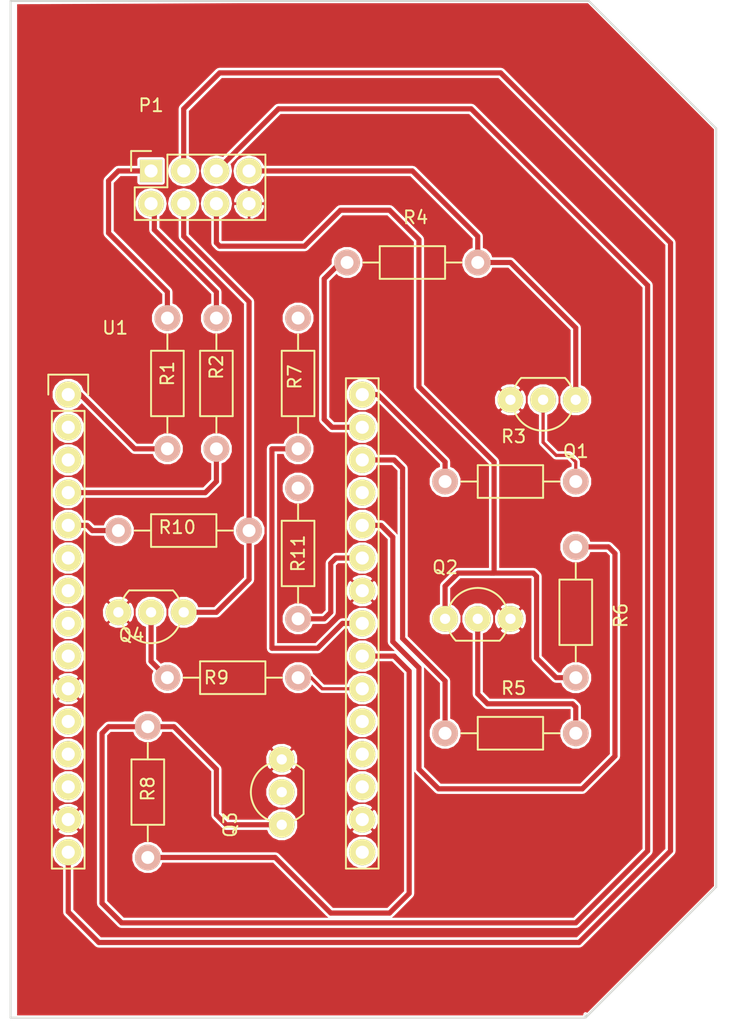
<source format=kicad_pcb>
(kicad_pcb (version 4) (host pcbnew 4.0.2-stable)

  (general
    (links 36)
    (no_connects 3)
    (area 143.942999 74.346999 198.957001 153.491001)
    (thickness 1.6)
    (drawings 8)
    (tracks 132)
    (zones 0)
    (modules 17)
    (nets 37)
  )

  (page A4)
  (layers
    (0 F.Cu signal)
    (31 B.Cu signal)
    (32 B.Adhes user)
    (33 F.Adhes user)
    (34 B.Paste user)
    (35 F.Paste user)
    (36 B.SilkS user)
    (37 F.SilkS user)
    (38 B.Mask user)
    (39 F.Mask user)
    (40 Dwgs.User user)
    (41 Cmts.User user)
    (42 Eco1.User user)
    (43 Eco2.User user)
    (44 Edge.Cuts user)
    (45 Margin user)
    (46 B.CrtYd user)
    (47 F.CrtYd user)
    (48 B.Fab user)
    (49 F.Fab user)
  )

  (setup
    (last_trace_width 0.4)
    (user_trace_width 0.4)
    (trace_clearance 0.2)
    (zone_clearance 0.1)
    (zone_45_only no)
    (trace_min 0.2)
    (segment_width 0.2)
    (edge_width 0.15)
    (via_size 0.8)
    (via_drill 0.4)
    (via_min_size 0.4)
    (via_min_drill 0.3)
    (user_via 0.6 0.3)
    (uvia_size 0.3)
    (uvia_drill 0.1)
    (uvias_allowed no)
    (uvia_min_size 0.2)
    (uvia_min_drill 0.1)
    (pcb_text_width 0.3)
    (pcb_text_size 1.5 1.5)
    (mod_edge_width 0.15)
    (mod_text_size 1 1)
    (mod_text_width 0.15)
    (pad_size 2.032 2.032)
    (pad_drill 1.016)
    (pad_to_mask_clearance 0.2)
    (aux_axis_origin 0 0)
    (visible_elements FFFFFF7F)
    (pcbplotparams
      (layerselection 0x00030_80000001)
      (usegerberextensions false)
      (excludeedgelayer true)
      (linewidth 0.100000)
      (plotframeref false)
      (viasonmask false)
      (mode 1)
      (useauxorigin false)
      (hpglpennumber 1)
      (hpglpenspeed 20)
      (hpglpendiameter 15)
      (hpglpenoverlay 2)
      (psnegative false)
      (psa4output false)
      (plotreference true)
      (plotvalue true)
      (plotinvisibletext false)
      (padsonsilk false)
      (subtractmaskfromsilk false)
      (outputformat 1)
      (mirror false)
      (drillshape 1)
      (scaleselection 1)
      (outputdirectory ""))
  )

  (net 0 "")
  (net 1 +5V)
  (net 2 "Net-(P1-Pad2)")
  (net 3 "Net-(P1-Pad4)")
  (net 4 "Net-(P1-Pad6)")
  (net 5 "Net-(P1-Pad7)")
  (net 6 GND)
  (net 7 "Net-(Q1-Pad2)")
  (net 8 "Net-(Q2-Pad2)")
  (net 9 "Net-(Q3-Pad2)")
  (net 10 "Net-(Q4-Pad2)")
  (net 11 "Net-(R1-Pad1)")
  (net 12 "Net-(R2-Pad1)")
  (net 13 "Net-(R3-Pad1)")
  (net 14 "Net-(R4-Pad1)")
  (net 15 "Net-(R5-Pad1)")
  (net 16 "Net-(R6-Pad1)")
  (net 17 "Net-(R7-Pad1)")
  (net 18 "Net-(R8-Pad1)")
  (net 19 "Net-(R9-Pad1)")
  (net 20 "Net-(R10-Pad1)")
  (net 21 +3V3)
  (net 22 "Net-(R11-Pad2)")
  (net 23 "Net-(U1-Pad2)")
  (net 24 "Net-(U1-Pad3)")
  (net 25 "Net-(U1-Pad6)")
  (net 26 "Net-(U1-Pad7)")
  (net 27 "Net-(U1-Pad8)")
  (net 28 "Net-(U1-Pad9)")
  (net 29 "Net-(U1-Pad12)")
  (net 30 "Net-(U1-Pad13)")
  (net 31 "Net-(U1-Pad18)")
  (net 32 "Net-(U1-Pad19)")
  (net 33 "Net-(U1-Pad20)")
  (net 34 "Net-(P1-Pad5)")
  (net 35 "Net-(P1-Pad1)")
  (net 36 "Net-(U1-Pad11)")

  (net_class Default "Ceci est la Netclass par défaut"
    (clearance 0.2)
    (trace_width 0.25)
    (via_dia 0.8)
    (via_drill 0.4)
    (uvia_dia 0.3)
    (uvia_drill 0.1)
    (add_net +3V3)
    (add_net +5V)
    (add_net GND)
    (add_net "Net-(P1-Pad1)")
    (add_net "Net-(P1-Pad2)")
    (add_net "Net-(P1-Pad4)")
    (add_net "Net-(P1-Pad5)")
    (add_net "Net-(P1-Pad6)")
    (add_net "Net-(P1-Pad7)")
    (add_net "Net-(Q1-Pad2)")
    (add_net "Net-(Q2-Pad2)")
    (add_net "Net-(Q3-Pad2)")
    (add_net "Net-(Q4-Pad2)")
    (add_net "Net-(R1-Pad1)")
    (add_net "Net-(R10-Pad1)")
    (add_net "Net-(R11-Pad2)")
    (add_net "Net-(R2-Pad1)")
    (add_net "Net-(R3-Pad1)")
    (add_net "Net-(R4-Pad1)")
    (add_net "Net-(R5-Pad1)")
    (add_net "Net-(R6-Pad1)")
    (add_net "Net-(R7-Pad1)")
    (add_net "Net-(R8-Pad1)")
    (add_net "Net-(R9-Pad1)")
    (add_net "Net-(U1-Pad11)")
    (add_net "Net-(U1-Pad12)")
    (add_net "Net-(U1-Pad13)")
    (add_net "Net-(U1-Pad18)")
    (add_net "Net-(U1-Pad19)")
    (add_net "Net-(U1-Pad2)")
    (add_net "Net-(U1-Pad20)")
    (add_net "Net-(U1-Pad3)")
    (add_net "Net-(U1-Pad6)")
    (add_net "Net-(U1-Pad7)")
    (add_net "Net-(U1-Pad8)")
    (add_net "Net-(U1-Pad9)")
  )

  (module Socket_Strips:Socket_Strip_Straight_2x04 (layer F.Cu) (tedit 57642F65) (tstamp 57641B65)
    (at 154.94 87.63)
    (descr "Through hole socket strip")
    (tags "socket strip")
    (path /57643A7E)
    (fp_text reference P1 (at 0 -5.1) (layer F.SilkS)
      (effects (font (size 1 1) (thickness 0.15)))
    )
    (fp_text value CONN_COFFEE_MACHINE_02X04 (at 0 -3.1) (layer F.Fab)
      (effects (font (size 1 1) (thickness 0.15)))
    )
    (fp_line (start -1.75 -1.75) (end -1.75 4.3) (layer F.CrtYd) (width 0.05))
    (fp_line (start 9.4 -1.75) (end 9.4 4.3) (layer F.CrtYd) (width 0.05))
    (fp_line (start -1.75 -1.75) (end 9.4 -1.75) (layer F.CrtYd) (width 0.05))
    (fp_line (start -1.75 4.3) (end 9.4 4.3) (layer F.CrtYd) (width 0.05))
    (fp_line (start 1.27 -1.27) (end 8.89 -1.27) (layer F.SilkS) (width 0.15))
    (fp_line (start 8.89 -1.27) (end 8.89 3.81) (layer F.SilkS) (width 0.15))
    (fp_line (start 8.89 3.81) (end -1.27 3.81) (layer F.SilkS) (width 0.15))
    (fp_line (start -1.27 3.81) (end -1.27 1.27) (layer F.SilkS) (width 0.15))
    (fp_line (start 0 -1.55) (end -1.55 -1.55) (layer F.SilkS) (width 0.15))
    (fp_line (start -1.27 1.27) (end 1.27 1.27) (layer F.SilkS) (width 0.15))
    (fp_line (start 1.27 1.27) (end 1.27 -1.27) (layer F.SilkS) (width 0.15))
    (fp_line (start -1.55 -1.55) (end -1.55 0) (layer F.SilkS) (width 0.15))
    (pad 1 thru_hole rect (at 0 0) (size 1.7272 1.7272) (drill 1.016) (layers *.Cu *.Mask F.SilkS)
      (net 35 "Net-(P1-Pad1)"))
    (pad 2 thru_hole oval (at 0 2.54) (size 2 2) (drill 1.016) (layers *.Cu *.Mask F.SilkS)
      (net 2 "Net-(P1-Pad2)"))
    (pad 3 thru_hole oval (at 2.54 0) (size 2 2) (drill 1.016) (layers *.Cu *.Mask F.SilkS)
      (net 1 +5V))
    (pad 4 thru_hole oval (at 2.54 2.54) (size 2 2) (drill 1.016) (layers *.Cu *.Mask F.SilkS)
      (net 3 "Net-(P1-Pad4)"))
    (pad 5 thru_hole oval (at 5.08 0) (size 2 2) (drill 1.016) (layers *.Cu *.Mask F.SilkS)
      (net 34 "Net-(P1-Pad5)"))
    (pad 6 thru_hole oval (at 5.08 2.54) (size 2 2) (drill 1.016) (layers *.Cu *.Mask F.SilkS)
      (net 4 "Net-(P1-Pad6)"))
    (pad 7 thru_hole oval (at 7.62 0) (size 2 2) (drill 1.016) (layers *.Cu *.Mask F.SilkS)
      (net 5 "Net-(P1-Pad7)"))
    (pad 8 thru_hole oval (at 7.62 2.54) (size 2 2) (drill 1.016) (layers *.Cu *.Mask F.SilkS)
      (net 6 GND))
    (model Socket_Strips.3dshapes/Socket_Strip_Straight_2x04.wrl
      (at (xyz 0.15 -0.05 0))
      (scale (xyz 1 1 1))
      (rotate (xyz 0 0 180))
    )
  )

  (module TO_SOT_Packages_THT:TO-92_Inline_Wide (layer F.Cu) (tedit 57642FBB) (tstamp 57641B6C)
    (at 187.96 105.41 180)
    (descr "TO-92 leads in-line, wide, drill 0.8mm (see NXP sot054_po.pdf)")
    (tags "to-92 sc-43 sc-43a sot54 PA33 transistor")
    (path /57640E26)
    (fp_text reference Q1 (at 0 -4 360) (layer F.SilkS)
      (effects (font (size 1 1) (thickness 0.15)))
    )
    (fp_text value BC547 (at 0 3 180) (layer F.Fab)
      (effects (font (size 1 1) (thickness 0.15)))
    )
    (fp_arc (start 2.54 0) (end 0.84 1.7) (angle 20.5) (layer F.SilkS) (width 0.15))
    (fp_arc (start 2.54 0) (end 4.24 1.7) (angle -20.5) (layer F.SilkS) (width 0.15))
    (fp_line (start -1 1.95) (end -1 -2.65) (layer F.CrtYd) (width 0.05))
    (fp_line (start -1 1.95) (end 6.1 1.95) (layer F.CrtYd) (width 0.05))
    (fp_line (start 0.84 1.7) (end 4.24 1.7) (layer F.SilkS) (width 0.15))
    (fp_arc (start 2.54 0) (end 2.54 -2.4) (angle -65.55604127) (layer F.SilkS) (width 0.15))
    (fp_arc (start 2.54 0) (end 2.54 -2.4) (angle 65.55604127) (layer F.SilkS) (width 0.15))
    (fp_line (start -1 -2.65) (end 6.1 -2.65) (layer F.CrtYd) (width 0.05))
    (fp_line (start 6.1 1.95) (end 6.1 -2.65) (layer F.CrtYd) (width 0.05))
    (pad 2 thru_hole circle (at 2.54 0 270) (size 2 2) (drill 0.8) (layers *.Cu *.Mask F.SilkS)
      (net 7 "Net-(Q1-Pad2)"))
    (pad 3 thru_hole circle (at 5.08 0 270) (size 2 2) (drill 0.8) (layers *.Cu *.Mask F.SilkS)
      (net 6 GND))
    (pad 1 thru_hole circle (at 0 0 270) (size 2 2) (drill 0.8) (layers *.Cu *.Mask F.SilkS)
      (net 5 "Net-(P1-Pad7)"))
    (model TO_SOT_Packages_THT.3dshapes/TO-92_Inline_Wide.wrl
      (at (xyz 0.1 0 0))
      (scale (xyz 1 1 1))
      (rotate (xyz 0 0 -90))
    )
  )

  (module TO_SOT_Packages_THT:TO-92_Inline_Wide (layer F.Cu) (tedit 57642F9F) (tstamp 57641B73)
    (at 177.8 122.428)
    (descr "TO-92 leads in-line, wide, drill 0.8mm (see NXP sot054_po.pdf)")
    (tags "to-92 sc-43 sc-43a sot54 PA33 transistor")
    (path /576413A8)
    (fp_text reference Q2 (at 0 -4 180) (layer F.SilkS)
      (effects (font (size 1 1) (thickness 0.15)))
    )
    (fp_text value BC547 (at 0 3) (layer F.Fab)
      (effects (font (size 1 1) (thickness 0.15)))
    )
    (fp_arc (start 2.54 0) (end 0.84 1.7) (angle 20.5) (layer F.SilkS) (width 0.15))
    (fp_arc (start 2.54 0) (end 4.24 1.7) (angle -20.5) (layer F.SilkS) (width 0.15))
    (fp_line (start -1 1.95) (end -1 -2.65) (layer F.CrtYd) (width 0.05))
    (fp_line (start -1 1.95) (end 6.1 1.95) (layer F.CrtYd) (width 0.05))
    (fp_line (start 0.84 1.7) (end 4.24 1.7) (layer F.SilkS) (width 0.15))
    (fp_arc (start 2.54 0) (end 2.54 -2.4) (angle -65.55604127) (layer F.SilkS) (width 0.15))
    (fp_arc (start 2.54 0) (end 2.54 -2.4) (angle 65.55604127) (layer F.SilkS) (width 0.15))
    (fp_line (start -1 -2.65) (end 6.1 -2.65) (layer F.CrtYd) (width 0.05))
    (fp_line (start 6.1 1.95) (end 6.1 -2.65) (layer F.CrtYd) (width 0.05))
    (pad 2 thru_hole circle (at 2.54 0 90) (size 2 2) (drill 0.8) (layers *.Cu *.Mask F.SilkS)
      (net 8 "Net-(Q2-Pad2)"))
    (pad 3 thru_hole circle (at 5.08 0 90) (size 2 2) (drill 0.8) (layers *.Cu *.Mask F.SilkS)
      (net 6 GND))
    (pad 1 thru_hole circle (at 0 0 90) (size 2 2) (drill 0.8) (layers *.Cu *.Mask F.SilkS)
      (net 4 "Net-(P1-Pad6)"))
    (model TO_SOT_Packages_THT.3dshapes/TO-92_Inline_Wide.wrl
      (at (xyz 0.1 0 0))
      (scale (xyz 1 1 1))
      (rotate (xyz 0 0 -90))
    )
  )

  (module TO_SOT_Packages_THT:TO-92_Inline_Wide (layer F.Cu) (tedit 54F242B4) (tstamp 57641B7A)
    (at 165.1 138.43 90)
    (descr "TO-92 leads in-line, wide, drill 0.8mm (see NXP sot054_po.pdf)")
    (tags "to-92 sc-43 sc-43a sot54 PA33 transistor")
    (path /576415C1)
    (fp_text reference Q3 (at 0 -4 270) (layer F.SilkS)
      (effects (font (size 1 1) (thickness 0.15)))
    )
    (fp_text value BC547 (at 0 3 90) (layer F.Fab)
      (effects (font (size 1 1) (thickness 0.15)))
    )
    (fp_arc (start 2.54 0) (end 0.84 1.7) (angle 20.5) (layer F.SilkS) (width 0.15))
    (fp_arc (start 2.54 0) (end 4.24 1.7) (angle -20.5) (layer F.SilkS) (width 0.15))
    (fp_line (start -1 1.95) (end -1 -2.65) (layer F.CrtYd) (width 0.05))
    (fp_line (start -1 1.95) (end 6.1 1.95) (layer F.CrtYd) (width 0.05))
    (fp_line (start 0.84 1.7) (end 4.24 1.7) (layer F.SilkS) (width 0.15))
    (fp_arc (start 2.54 0) (end 2.54 -2.4) (angle -65.55604127) (layer F.SilkS) (width 0.15))
    (fp_arc (start 2.54 0) (end 2.54 -2.4) (angle 65.55604127) (layer F.SilkS) (width 0.15))
    (fp_line (start -1 -2.65) (end 6.1 -2.65) (layer F.CrtYd) (width 0.05))
    (fp_line (start 6.1 1.95) (end 6.1 -2.65) (layer F.CrtYd) (width 0.05))
    (pad 2 thru_hole circle (at 2.54 0 180) (size 2 2) (drill 0.8) (layers *.Cu *.Mask F.SilkS)
      (net 9 "Net-(Q3-Pad2)"))
    (pad 3 thru_hole circle (at 5.08 0 180) (size 2 2) (drill 0.8) (layers *.Cu *.Mask F.SilkS)
      (net 6 GND))
    (pad 1 thru_hole circle (at 0 0 180) (size 2 2) (drill 0.8) (layers *.Cu *.Mask F.SilkS)
      (net 34 "Net-(P1-Pad5)"))
    (model TO_SOT_Packages_THT.3dshapes/TO-92_Inline_Wide.wrl
      (at (xyz 0.1 0 0))
      (scale (xyz 1 1 1))
      (rotate (xyz 0 0 -90))
    )
  )

  (module TO_SOT_Packages_THT:TO-92_Inline_Wide (layer F.Cu) (tedit 57642A2E) (tstamp 57641B81)
    (at 157.48 121.92 180)
    (descr "TO-92 leads in-line, wide, drill 0.8mm (see NXP sot054_po.pdf)")
    (tags "to-92 sc-43 sc-43a sot54 PA33 transistor")
    (path /57641682)
    (fp_text reference Q4 (at 4.064 -1.778 360) (layer F.SilkS)
      (effects (font (size 1 1) (thickness 0.15)))
    )
    (fp_text value BC547 (at 2.286 3.048 180) (layer F.Fab)
      (effects (font (size 1 1) (thickness 0.15)))
    )
    (fp_arc (start 2.54 0) (end 0.84 1.7) (angle 20.5) (layer F.SilkS) (width 0.15))
    (fp_arc (start 2.54 0) (end 4.24 1.7) (angle -20.5) (layer F.SilkS) (width 0.15))
    (fp_line (start -1 1.95) (end -1 -2.65) (layer F.CrtYd) (width 0.05))
    (fp_line (start -1 1.95) (end 6.1 1.95) (layer F.CrtYd) (width 0.05))
    (fp_line (start 0.84 1.7) (end 4.24 1.7) (layer F.SilkS) (width 0.15))
    (fp_arc (start 2.54 0) (end 2.54 -2.4) (angle -65.55604127) (layer F.SilkS) (width 0.15))
    (fp_arc (start 2.54 0) (end 2.54 -2.4) (angle 65.55604127) (layer F.SilkS) (width 0.15))
    (fp_line (start -1 -2.65) (end 6.1 -2.65) (layer F.CrtYd) (width 0.05))
    (fp_line (start 6.1 1.95) (end 6.1 -2.65) (layer F.CrtYd) (width 0.05))
    (pad 2 thru_hole circle (at 2.54 0 270) (size 2 2) (drill 0.8) (layers *.Cu *.Mask F.SilkS)
      (net 10 "Net-(Q4-Pad2)"))
    (pad 3 thru_hole circle (at 5.08 0 270) (size 2 2) (drill 0.8) (layers *.Cu *.Mask F.SilkS)
      (net 6 GND))
    (pad 1 thru_hole circle (at 0 0 270) (size 2 2) (drill 0.8) (layers *.Cu *.Mask F.SilkS)
      (net 3 "Net-(P1-Pad4)"))
    (model TO_SOT_Packages_THT.3dshapes/TO-92_Inline_Wide.wrl
      (at (xyz 0.1 0 0))
      (scale (xyz 1 1 1))
      (rotate (xyz 0 0 -90))
    )
  )

  (module Resistors_ThroughHole:Resistor_Horizontal_RM10mm (layer F.Cu) (tedit 576429DC) (tstamp 57641B87)
    (at 156.21 109.22 90)
    (descr "Resistor, Axial,  RM 10mm, 1/3W")
    (tags "Resistor Axial RM 10mm 1/3W")
    (path /57643E2A)
    (fp_text reference R1 (at 5.842 0 90) (layer F.SilkS)
      (effects (font (size 1 1) (thickness 0.15)))
    )
    (fp_text value R (at 3.81 0 90) (layer F.Fab)
      (effects (font (size 1 1) (thickness 0.15)))
    )
    (fp_line (start -1.25 -1.5) (end 11.4 -1.5) (layer F.CrtYd) (width 0.05))
    (fp_line (start -1.25 1.5) (end -1.25 -1.5) (layer F.CrtYd) (width 0.05))
    (fp_line (start 11.4 -1.5) (end 11.4 1.5) (layer F.CrtYd) (width 0.05))
    (fp_line (start -1.25 1.5) (end 11.4 1.5) (layer F.CrtYd) (width 0.05))
    (fp_line (start 2.54 -1.27) (end 7.62 -1.27) (layer F.SilkS) (width 0.15))
    (fp_line (start 7.62 -1.27) (end 7.62 1.27) (layer F.SilkS) (width 0.15))
    (fp_line (start 7.62 1.27) (end 2.54 1.27) (layer F.SilkS) (width 0.15))
    (fp_line (start 2.54 1.27) (end 2.54 -1.27) (layer F.SilkS) (width 0.15))
    (fp_line (start 2.54 0) (end 1.27 0) (layer F.SilkS) (width 0.15))
    (fp_line (start 7.62 0) (end 8.89 0) (layer F.SilkS) (width 0.15))
    (pad 1 thru_hole circle (at 0 0 90) (size 1.99898 1.99898) (drill 1.00076) (layers *.Cu *.SilkS *.Mask)
      (net 11 "Net-(R1-Pad1)"))
    (pad 2 thru_hole circle (at 10.16 0 90) (size 1.99898 1.99898) (drill 1.00076) (layers *.Cu *.SilkS *.Mask)
      (net 35 "Net-(P1-Pad1)"))
    (model Resistors_ThroughHole.3dshapes/Resistor_Horizontal_RM10mm.wrl
      (at (xyz 0.2 0 0))
      (scale (xyz 0.4 0.4 0.4))
      (rotate (xyz 0 0 0))
    )
  )

  (module Resistors_ThroughHole:Resistor_Horizontal_RM10mm (layer F.Cu) (tedit 576429E6) (tstamp 57641B8D)
    (at 160.02 109.22 90)
    (descr "Resistor, Axial,  RM 10mm, 1/3W")
    (tags "Resistor Axial RM 10mm 1/3W")
    (path /57643EBE)
    (fp_text reference R2 (at 6.35 0 90) (layer F.SilkS)
      (effects (font (size 1 1) (thickness 0.15)))
    )
    (fp_text value R (at 3.81 0 90) (layer F.Fab)
      (effects (font (size 1 1) (thickness 0.15)))
    )
    (fp_line (start -1.25 -1.5) (end 11.4 -1.5) (layer F.CrtYd) (width 0.05))
    (fp_line (start -1.25 1.5) (end -1.25 -1.5) (layer F.CrtYd) (width 0.05))
    (fp_line (start 11.4 -1.5) (end 11.4 1.5) (layer F.CrtYd) (width 0.05))
    (fp_line (start -1.25 1.5) (end 11.4 1.5) (layer F.CrtYd) (width 0.05))
    (fp_line (start 2.54 -1.27) (end 7.62 -1.27) (layer F.SilkS) (width 0.15))
    (fp_line (start 7.62 -1.27) (end 7.62 1.27) (layer F.SilkS) (width 0.15))
    (fp_line (start 7.62 1.27) (end 2.54 1.27) (layer F.SilkS) (width 0.15))
    (fp_line (start 2.54 1.27) (end 2.54 -1.27) (layer F.SilkS) (width 0.15))
    (fp_line (start 2.54 0) (end 1.27 0) (layer F.SilkS) (width 0.15))
    (fp_line (start 7.62 0) (end 8.89 0) (layer F.SilkS) (width 0.15))
    (pad 1 thru_hole circle (at 0 0 90) (size 1.99898 1.99898) (drill 1.00076) (layers *.Cu *.SilkS *.Mask)
      (net 12 "Net-(R2-Pad1)"))
    (pad 2 thru_hole circle (at 10.16 0 90) (size 1.99898 1.99898) (drill 1.00076) (layers *.Cu *.SilkS *.Mask)
      (net 2 "Net-(P1-Pad2)"))
    (model Resistors_ThroughHole.3dshapes/Resistor_Horizontal_RM10mm.wrl
      (at (xyz 0.2 0 0))
      (scale (xyz 0.4 0.4 0.4))
      (rotate (xyz 0 0 0))
    )
  )

  (module Resistors_ThroughHole:Resistor_Horizontal_RM10mm (layer F.Cu) (tedit 56648415) (tstamp 57641B93)
    (at 177.8 111.76)
    (descr "Resistor, Axial,  RM 10mm, 1/3W")
    (tags "Resistor Axial RM 10mm 1/3W")
    (path /57640EC5)
    (fp_text reference R3 (at 5.32892 -3.50012) (layer F.SilkS)
      (effects (font (size 1 1) (thickness 0.15)))
    )
    (fp_text value R (at 5.08 3.81) (layer F.Fab)
      (effects (font (size 1 1) (thickness 0.15)))
    )
    (fp_line (start -1.25 -1.5) (end 11.4 -1.5) (layer F.CrtYd) (width 0.05))
    (fp_line (start -1.25 1.5) (end -1.25 -1.5) (layer F.CrtYd) (width 0.05))
    (fp_line (start 11.4 -1.5) (end 11.4 1.5) (layer F.CrtYd) (width 0.05))
    (fp_line (start -1.25 1.5) (end 11.4 1.5) (layer F.CrtYd) (width 0.05))
    (fp_line (start 2.54 -1.27) (end 7.62 -1.27) (layer F.SilkS) (width 0.15))
    (fp_line (start 7.62 -1.27) (end 7.62 1.27) (layer F.SilkS) (width 0.15))
    (fp_line (start 7.62 1.27) (end 2.54 1.27) (layer F.SilkS) (width 0.15))
    (fp_line (start 2.54 1.27) (end 2.54 -1.27) (layer F.SilkS) (width 0.15))
    (fp_line (start 2.54 0) (end 1.27 0) (layer F.SilkS) (width 0.15))
    (fp_line (start 7.62 0) (end 8.89 0) (layer F.SilkS) (width 0.15))
    (pad 1 thru_hole circle (at 0 0) (size 1.99898 1.99898) (drill 1.00076) (layers *.Cu *.SilkS *.Mask)
      (net 13 "Net-(R3-Pad1)"))
    (pad 2 thru_hole circle (at 10.16 0) (size 1.99898 1.99898) (drill 1.00076) (layers *.Cu *.SilkS *.Mask)
      (net 7 "Net-(Q1-Pad2)"))
    (model Resistors_ThroughHole.3dshapes/Resistor_Horizontal_RM10mm.wrl
      (at (xyz 0.2 0 0))
      (scale (xyz 0.4 0.4 0.4))
      (rotate (xyz 0 0 0))
    )
  )

  (module Resistors_ThroughHole:Resistor_Horizontal_RM10mm (layer F.Cu) (tedit 56648415) (tstamp 57641B99)
    (at 170.18 94.742)
    (descr "Resistor, Axial,  RM 10mm, 1/3W")
    (tags "Resistor Axial RM 10mm 1/3W")
    (path /57640F9C)
    (fp_text reference R4 (at 5.32892 -3.50012) (layer F.SilkS)
      (effects (font (size 1 1) (thickness 0.15)))
    )
    (fp_text value R (at 5.08 3.81) (layer F.Fab)
      (effects (font (size 1 1) (thickness 0.15)))
    )
    (fp_line (start -1.25 -1.5) (end 11.4 -1.5) (layer F.CrtYd) (width 0.05))
    (fp_line (start -1.25 1.5) (end -1.25 -1.5) (layer F.CrtYd) (width 0.05))
    (fp_line (start 11.4 -1.5) (end 11.4 1.5) (layer F.CrtYd) (width 0.05))
    (fp_line (start -1.25 1.5) (end 11.4 1.5) (layer F.CrtYd) (width 0.05))
    (fp_line (start 2.54 -1.27) (end 7.62 -1.27) (layer F.SilkS) (width 0.15))
    (fp_line (start 7.62 -1.27) (end 7.62 1.27) (layer F.SilkS) (width 0.15))
    (fp_line (start 7.62 1.27) (end 2.54 1.27) (layer F.SilkS) (width 0.15))
    (fp_line (start 2.54 1.27) (end 2.54 -1.27) (layer F.SilkS) (width 0.15))
    (fp_line (start 2.54 0) (end 1.27 0) (layer F.SilkS) (width 0.15))
    (fp_line (start 7.62 0) (end 8.89 0) (layer F.SilkS) (width 0.15))
    (pad 1 thru_hole circle (at 0 0) (size 1.99898 1.99898) (drill 1.00076) (layers *.Cu *.SilkS *.Mask)
      (net 14 "Net-(R4-Pad1)"))
    (pad 2 thru_hole circle (at 10.16 0) (size 1.99898 1.99898) (drill 1.00076) (layers *.Cu *.SilkS *.Mask)
      (net 5 "Net-(P1-Pad7)"))
    (model Resistors_ThroughHole.3dshapes/Resistor_Horizontal_RM10mm.wrl
      (at (xyz 0.2 0 0))
      (scale (xyz 0.4 0.4 0.4))
      (rotate (xyz 0 0 0))
    )
  )

  (module Resistors_ThroughHole:Resistor_Horizontal_RM10mm (layer F.Cu) (tedit 56648415) (tstamp 57641B9F)
    (at 177.8 131.318)
    (descr "Resistor, Axial,  RM 10mm, 1/3W")
    (tags "Resistor Axial RM 10mm 1/3W")
    (path /576413AE)
    (fp_text reference R5 (at 5.32892 -3.50012) (layer F.SilkS)
      (effects (font (size 1 1) (thickness 0.15)))
    )
    (fp_text value R (at 5.08 3.81) (layer F.Fab)
      (effects (font (size 1 1) (thickness 0.15)))
    )
    (fp_line (start -1.25 -1.5) (end 11.4 -1.5) (layer F.CrtYd) (width 0.05))
    (fp_line (start -1.25 1.5) (end -1.25 -1.5) (layer F.CrtYd) (width 0.05))
    (fp_line (start 11.4 -1.5) (end 11.4 1.5) (layer F.CrtYd) (width 0.05))
    (fp_line (start -1.25 1.5) (end 11.4 1.5) (layer F.CrtYd) (width 0.05))
    (fp_line (start 2.54 -1.27) (end 7.62 -1.27) (layer F.SilkS) (width 0.15))
    (fp_line (start 7.62 -1.27) (end 7.62 1.27) (layer F.SilkS) (width 0.15))
    (fp_line (start 7.62 1.27) (end 2.54 1.27) (layer F.SilkS) (width 0.15))
    (fp_line (start 2.54 1.27) (end 2.54 -1.27) (layer F.SilkS) (width 0.15))
    (fp_line (start 2.54 0) (end 1.27 0) (layer F.SilkS) (width 0.15))
    (fp_line (start 7.62 0) (end 8.89 0) (layer F.SilkS) (width 0.15))
    (pad 1 thru_hole circle (at 0 0) (size 1.99898 1.99898) (drill 1.00076) (layers *.Cu *.SilkS *.Mask)
      (net 15 "Net-(R5-Pad1)"))
    (pad 2 thru_hole circle (at 10.16 0) (size 1.99898 1.99898) (drill 1.00076) (layers *.Cu *.SilkS *.Mask)
      (net 8 "Net-(Q2-Pad2)"))
    (model Resistors_ThroughHole.3dshapes/Resistor_Horizontal_RM10mm.wrl
      (at (xyz 0.2 0 0))
      (scale (xyz 0.4 0.4 0.4))
      (rotate (xyz 0 0 0))
    )
  )

  (module Resistors_ThroughHole:Resistor_Horizontal_RM10mm (layer F.Cu) (tedit 56648415) (tstamp 57641BA5)
    (at 187.96 116.84 270)
    (descr "Resistor, Axial,  RM 10mm, 1/3W")
    (tags "Resistor Axial RM 10mm 1/3W")
    (path /576413B4)
    (fp_text reference R6 (at 5.32892 -3.50012 270) (layer F.SilkS)
      (effects (font (size 1 1) (thickness 0.15)))
    )
    (fp_text value R (at 5.08 3.81 270) (layer F.Fab)
      (effects (font (size 1 1) (thickness 0.15)))
    )
    (fp_line (start -1.25 -1.5) (end 11.4 -1.5) (layer F.CrtYd) (width 0.05))
    (fp_line (start -1.25 1.5) (end -1.25 -1.5) (layer F.CrtYd) (width 0.05))
    (fp_line (start 11.4 -1.5) (end 11.4 1.5) (layer F.CrtYd) (width 0.05))
    (fp_line (start -1.25 1.5) (end 11.4 1.5) (layer F.CrtYd) (width 0.05))
    (fp_line (start 2.54 -1.27) (end 7.62 -1.27) (layer F.SilkS) (width 0.15))
    (fp_line (start 7.62 -1.27) (end 7.62 1.27) (layer F.SilkS) (width 0.15))
    (fp_line (start 7.62 1.27) (end 2.54 1.27) (layer F.SilkS) (width 0.15))
    (fp_line (start 2.54 1.27) (end 2.54 -1.27) (layer F.SilkS) (width 0.15))
    (fp_line (start 2.54 0) (end 1.27 0) (layer F.SilkS) (width 0.15))
    (fp_line (start 7.62 0) (end 8.89 0) (layer F.SilkS) (width 0.15))
    (pad 1 thru_hole circle (at 0 0 270) (size 1.99898 1.99898) (drill 1.00076) (layers *.Cu *.SilkS *.Mask)
      (net 16 "Net-(R6-Pad1)"))
    (pad 2 thru_hole circle (at 10.16 0 270) (size 1.99898 1.99898) (drill 1.00076) (layers *.Cu *.SilkS *.Mask)
      (net 4 "Net-(P1-Pad6)"))
    (model Resistors_ThroughHole.3dshapes/Resistor_Horizontal_RM10mm.wrl
      (at (xyz 0.2 0 0))
      (scale (xyz 0.4 0.4 0.4))
      (rotate (xyz 0 0 0))
    )
  )

  (module Resistors_ThroughHole:Resistor_Horizontal_RM10mm (layer F.Cu) (tedit 576429EA) (tstamp 57641BAB)
    (at 166.37 109.22 90)
    (descr "Resistor, Axial,  RM 10mm, 1/3W")
    (tags "Resistor Axial RM 10mm 1/3W")
    (path /576415C7)
    (fp_text reference R7 (at 5.588 -0.254 90) (layer F.SilkS)
      (effects (font (size 1 1) (thickness 0.15)))
    )
    (fp_text value R (at 3.81 0 90) (layer F.Fab)
      (effects (font (size 1 1) (thickness 0.15)))
    )
    (fp_line (start -1.25 -1.5) (end 11.4 -1.5) (layer F.CrtYd) (width 0.05))
    (fp_line (start -1.25 1.5) (end -1.25 -1.5) (layer F.CrtYd) (width 0.05))
    (fp_line (start 11.4 -1.5) (end 11.4 1.5) (layer F.CrtYd) (width 0.05))
    (fp_line (start -1.25 1.5) (end 11.4 1.5) (layer F.CrtYd) (width 0.05))
    (fp_line (start 2.54 -1.27) (end 7.62 -1.27) (layer F.SilkS) (width 0.15))
    (fp_line (start 7.62 -1.27) (end 7.62 1.27) (layer F.SilkS) (width 0.15))
    (fp_line (start 7.62 1.27) (end 2.54 1.27) (layer F.SilkS) (width 0.15))
    (fp_line (start 2.54 1.27) (end 2.54 -1.27) (layer F.SilkS) (width 0.15))
    (fp_line (start 2.54 0) (end 1.27 0) (layer F.SilkS) (width 0.15))
    (fp_line (start 7.62 0) (end 8.89 0) (layer F.SilkS) (width 0.15))
    (pad 1 thru_hole circle (at 0 0 90) (size 1.99898 1.99898) (drill 1.00076) (layers *.Cu *.SilkS *.Mask)
      (net 17 "Net-(R7-Pad1)"))
    (pad 2 thru_hole circle (at 10.16 0 90) (size 1.99898 1.99898) (drill 1.00076) (layers *.Cu *.SilkS *.Mask)
      (net 9 "Net-(Q3-Pad2)"))
    (model Resistors_ThroughHole.3dshapes/Resistor_Horizontal_RM10mm.wrl
      (at (xyz 0.2 0 0))
      (scale (xyz 0.4 0.4 0.4))
      (rotate (xyz 0 0 0))
    )
  )

  (module Resistors_ThroughHole:Resistor_Horizontal_RM10mm (layer F.Cu) (tedit 57642A1D) (tstamp 57641BB1)
    (at 154.686 140.97 90)
    (descr "Resistor, Axial,  RM 10mm, 1/3W")
    (tags "Resistor Axial RM 10mm 1/3W")
    (path /576415CD)
    (fp_text reference R8 (at 5.334 0 90) (layer F.SilkS)
      (effects (font (size 1 1) (thickness 0.15)))
    )
    (fp_text value R (at 3.556 0 90) (layer F.Fab)
      (effects (font (size 1 1) (thickness 0.15)))
    )
    (fp_line (start -1.25 -1.5) (end 11.4 -1.5) (layer F.CrtYd) (width 0.05))
    (fp_line (start -1.25 1.5) (end -1.25 -1.5) (layer F.CrtYd) (width 0.05))
    (fp_line (start 11.4 -1.5) (end 11.4 1.5) (layer F.CrtYd) (width 0.05))
    (fp_line (start -1.25 1.5) (end 11.4 1.5) (layer F.CrtYd) (width 0.05))
    (fp_line (start 2.54 -1.27) (end 7.62 -1.27) (layer F.SilkS) (width 0.15))
    (fp_line (start 7.62 -1.27) (end 7.62 1.27) (layer F.SilkS) (width 0.15))
    (fp_line (start 7.62 1.27) (end 2.54 1.27) (layer F.SilkS) (width 0.15))
    (fp_line (start 2.54 1.27) (end 2.54 -1.27) (layer F.SilkS) (width 0.15))
    (fp_line (start 2.54 0) (end 1.27 0) (layer F.SilkS) (width 0.15))
    (fp_line (start 7.62 0) (end 8.89 0) (layer F.SilkS) (width 0.15))
    (pad 1 thru_hole circle (at 0 0 90) (size 1.99898 1.99898) (drill 1.00076) (layers *.Cu *.SilkS *.Mask)
      (net 18 "Net-(R8-Pad1)"))
    (pad 2 thru_hole circle (at 10.16 0 90) (size 1.99898 1.99898) (drill 1.00076) (layers *.Cu *.SilkS *.Mask)
      (net 34 "Net-(P1-Pad5)"))
    (model Resistors_ThroughHole.3dshapes/Resistor_Horizontal_RM10mm.wrl
      (at (xyz 0.2 0 0))
      (scale (xyz 0.4 0.4 0.4))
      (rotate (xyz 0 0 0))
    )
  )

  (module Resistors_ThroughHole:Resistor_Horizontal_RM10mm (layer F.Cu) (tedit 57642A2B) (tstamp 57641BB7)
    (at 166.37 127 180)
    (descr "Resistor, Axial,  RM 10mm, 1/3W")
    (tags "Resistor Axial RM 10mm 1/3W")
    (path /57641688)
    (fp_text reference R9 (at 6.35 0 180) (layer F.SilkS)
      (effects (font (size 1 1) (thickness 0.15)))
    )
    (fp_text value R (at 4.318 0 180) (layer F.Fab)
      (effects (font (size 1 1) (thickness 0.15)))
    )
    (fp_line (start -1.25 -1.5) (end 11.4 -1.5) (layer F.CrtYd) (width 0.05))
    (fp_line (start -1.25 1.5) (end -1.25 -1.5) (layer F.CrtYd) (width 0.05))
    (fp_line (start 11.4 -1.5) (end 11.4 1.5) (layer F.CrtYd) (width 0.05))
    (fp_line (start -1.25 1.5) (end 11.4 1.5) (layer F.CrtYd) (width 0.05))
    (fp_line (start 2.54 -1.27) (end 7.62 -1.27) (layer F.SilkS) (width 0.15))
    (fp_line (start 7.62 -1.27) (end 7.62 1.27) (layer F.SilkS) (width 0.15))
    (fp_line (start 7.62 1.27) (end 2.54 1.27) (layer F.SilkS) (width 0.15))
    (fp_line (start 2.54 1.27) (end 2.54 -1.27) (layer F.SilkS) (width 0.15))
    (fp_line (start 2.54 0) (end 1.27 0) (layer F.SilkS) (width 0.15))
    (fp_line (start 7.62 0) (end 8.89 0) (layer F.SilkS) (width 0.15))
    (pad 1 thru_hole circle (at 0 0 180) (size 1.99898 1.99898) (drill 1.00076) (layers *.Cu *.SilkS *.Mask)
      (net 19 "Net-(R9-Pad1)"))
    (pad 2 thru_hole circle (at 10.16 0 180) (size 1.99898 1.99898) (drill 1.00076) (layers *.Cu *.SilkS *.Mask)
      (net 10 "Net-(Q4-Pad2)"))
    (model Resistors_ThroughHole.3dshapes/Resistor_Horizontal_RM10mm.wrl
      (at (xyz 0.2 0 0))
      (scale (xyz 0.4 0.4 0.4))
      (rotate (xyz 0 0 0))
    )
  )

  (module Resistors_ThroughHole:Resistor_Horizontal_RM10mm (layer F.Cu) (tedit 57642A4E) (tstamp 57641BBD)
    (at 152.4 115.57)
    (descr "Resistor, Axial,  RM 10mm, 1/3W")
    (tags "Resistor Axial RM 10mm 1/3W")
    (path /5764168E)
    (fp_text reference R10 (at 4.572 -0.254) (layer F.SilkS)
      (effects (font (size 1 1) (thickness 0.15)))
    )
    (fp_text value R (at 6.604 0) (layer F.Fab)
      (effects (font (size 1 1) (thickness 0.15)))
    )
    (fp_line (start -1.25 -1.5) (end 11.4 -1.5) (layer F.CrtYd) (width 0.05))
    (fp_line (start -1.25 1.5) (end -1.25 -1.5) (layer F.CrtYd) (width 0.05))
    (fp_line (start 11.4 -1.5) (end 11.4 1.5) (layer F.CrtYd) (width 0.05))
    (fp_line (start -1.25 1.5) (end 11.4 1.5) (layer F.CrtYd) (width 0.05))
    (fp_line (start 2.54 -1.27) (end 7.62 -1.27) (layer F.SilkS) (width 0.15))
    (fp_line (start 7.62 -1.27) (end 7.62 1.27) (layer F.SilkS) (width 0.15))
    (fp_line (start 7.62 1.27) (end 2.54 1.27) (layer F.SilkS) (width 0.15))
    (fp_line (start 2.54 1.27) (end 2.54 -1.27) (layer F.SilkS) (width 0.15))
    (fp_line (start 2.54 0) (end 1.27 0) (layer F.SilkS) (width 0.15))
    (fp_line (start 7.62 0) (end 8.89 0) (layer F.SilkS) (width 0.15))
    (pad 1 thru_hole circle (at 0 0) (size 1.99898 1.99898) (drill 1.00076) (layers *.Cu *.SilkS *.Mask)
      (net 20 "Net-(R10-Pad1)"))
    (pad 2 thru_hole circle (at 10.16 0) (size 1.99898 1.99898) (drill 1.00076) (layers *.Cu *.SilkS *.Mask)
      (net 3 "Net-(P1-Pad4)"))
    (model Resistors_ThroughHole.3dshapes/Resistor_Horizontal_RM10mm.wrl
      (at (xyz 0.2 0 0))
      (scale (xyz 0.4 0.4 0.4))
      (rotate (xyz 0 0 0))
    )
  )

  (module Resistors_ThroughHole:Resistor_Horizontal_RM10mm (layer F.Cu) (tedit 57642A03) (tstamp 57641BC3)
    (at 166.37 122.428 90)
    (descr "Resistor, Axial,  RM 10mm, 1/3W")
    (tags "Resistor Axial RM 10mm 1/3W")
    (path /5764439B)
    (fp_text reference R11 (at 5.08 0 90) (layer F.SilkS)
      (effects (font (size 1 1) (thickness 0.15)))
    )
    (fp_text value R (at 5.08 3.81 90) (layer F.Fab)
      (effects (font (size 1 1) (thickness 0.15)))
    )
    (fp_line (start -1.25 -1.5) (end 11.4 -1.5) (layer F.CrtYd) (width 0.05))
    (fp_line (start -1.25 1.5) (end -1.25 -1.5) (layer F.CrtYd) (width 0.05))
    (fp_line (start 11.4 -1.5) (end 11.4 1.5) (layer F.CrtYd) (width 0.05))
    (fp_line (start -1.25 1.5) (end 11.4 1.5) (layer F.CrtYd) (width 0.05))
    (fp_line (start 2.54 -1.27) (end 7.62 -1.27) (layer F.SilkS) (width 0.15))
    (fp_line (start 7.62 -1.27) (end 7.62 1.27) (layer F.SilkS) (width 0.15))
    (fp_line (start 7.62 1.27) (end 2.54 1.27) (layer F.SilkS) (width 0.15))
    (fp_line (start 2.54 1.27) (end 2.54 -1.27) (layer F.SilkS) (width 0.15))
    (fp_line (start 2.54 0) (end 1.27 0) (layer F.SilkS) (width 0.15))
    (fp_line (start 7.62 0) (end 8.89 0) (layer F.SilkS) (width 0.15))
    (pad 1 thru_hole circle (at 0 0 90) (size 1.99898 1.99898) (drill 1.00076) (layers *.Cu *.SilkS *.Mask)
      (net 21 +3V3))
    (pad 2 thru_hole circle (at 10.16 0 90) (size 1.99898 1.99898) (drill 1.00076) (layers *.Cu *.SilkS *.Mask)
      (net 22 "Net-(R11-Pad2)"))
    (model Resistors_ThroughHole.3dshapes/Resistor_Horizontal_RM10mm.wrl
      (at (xyz 0.2 0 0))
      (scale (xyz 0.4 0.4 0.4))
      (rotate (xyz 0 0 0))
    )
  )

  (module nodemcu:NodeMCU_Amica_R2 (layer F.Cu) (tedit 5764301D) (tstamp 57641BE5)
    (at 148.5011 105.0036)
    (descr "Through-hole-mounted NodeMCU 0.9")
    (tags nodemcu)
    (path /576405E6)
    (fp_text reference U1 (at 3.6449 -5.1816) (layer F.SilkS)
      (effects (font (size 1 1) (thickness 0.15)))
    )
    (fp_text value NodeMCU_Amica_R2 (at 11.43 45.085) (layer F.Fab)
      (effects (font (size 2 2) (thickness 0.15)))
    )
    (fp_circle (center 0.108949 -4.318) (end 1.378949 -3.048) (layer F.CrtYd) (width 0.15))
    (fp_line (start 15.24 37.465) (end 15.24 42.545) (layer F.CrtYd) (width 0.15))
    (fp_line (start 7.62 37.465) (end 15.24 37.465) (layer F.CrtYd) (width 0.15))
    (fp_line (start 7.62 42.545) (end 7.62 37.465) (layer F.CrtYd) (width 0.15))
    (fp_line (start -1.905 42.545) (end -1.905 -6.35) (layer F.CrtYd) (width 0.15))
    (fp_line (start 24.765 42.545) (end -1.905 42.545) (layer F.CrtYd) (width 0.15))
    (fp_line (start 24.765 -6.35) (end 24.765 42.545) (layer F.CrtYd) (width 0.15))
    (fp_line (start -1.905 -6.35) (end 24.765 -6.35) (layer F.CrtYd) (width 0.15))
    (fp_line (start -1.27 1.27) (end -1.27 36.83) (layer F.SilkS) (width 0.15))
    (fp_line (start -1.27 36.83) (end 1.27 36.83) (layer F.SilkS) (width 0.15))
    (fp_line (start 1.27 36.83) (end 1.27 1.27) (layer F.SilkS) (width 0.15))
    (fp_line (start 1.55 -1.55) (end 1.55 0) (layer F.SilkS) (width 0.15))
    (fp_line (start 1.27 1.27) (end -1.27 1.27) (layer F.SilkS) (width 0.15))
    (fp_line (start -1.55 0) (end -1.55 -1.55) (layer F.SilkS) (width 0.15))
    (fp_line (start -1.55 -1.55) (end 1.55 -1.55) (layer F.SilkS) (width 0.15))
    (fp_line (start 21.59 36.83) (end 24.13 36.83) (layer F.SilkS) (width 0.15))
    (fp_line (start 21.59 -1.27) (end 21.59 36.83) (layer F.SilkS) (width 0.15))
    (fp_line (start 24.13 -1.27) (end 21.59 -1.27) (layer F.SilkS) (width 0.15))
    (fp_line (start 24.13 36.83) (end 24.13 -1.27) (layer F.SilkS) (width 0.15))
    (fp_circle (center 22.733 -4.318) (end 24.003 -3.048) (layer F.CrtYd) (width 0.15))
    (fp_circle (center 22.733 40.513) (end 24.003 41.783) (layer F.CrtYd) (width 0.15))
    (fp_circle (center 0.127 40.513) (end 1.397 41.783) (layer F.CrtYd) (width 0.15))
    (pad 1 thru_hole circle (at 0 0) (size 2.032 2.032) (drill 1.016) (layers *.Cu *.Mask F.SilkS)
      (net 11 "Net-(R1-Pad1)"))
    (pad 2 thru_hole circle (at 0 2.54) (size 2.032 2.032) (drill 1.016) (layers *.Cu *.Mask F.SilkS)
      (net 23 "Net-(U1-Pad2)"))
    (pad 3 thru_hole circle (at 0 5.08) (size 2.032 2.032) (drill 1.016) (layers *.Cu *.Mask F.SilkS)
      (net 24 "Net-(U1-Pad3)"))
    (pad 4 thru_hole circle (at 0 7.62) (size 2.032 2.032) (drill 1.016) (layers *.Cu *.Mask F.SilkS)
      (net 12 "Net-(R2-Pad1)"))
    (pad 5 thru_hole circle (at 0 10.16) (size 2.032 2.032) (drill 1.016) (layers *.Cu *.Mask F.SilkS)
      (net 20 "Net-(R10-Pad1)"))
    (pad 6 thru_hole circle (at 0 12.7) (size 2.032 2.032) (drill 1.016) (layers *.Cu *.Mask F.SilkS)
      (net 25 "Net-(U1-Pad6)"))
    (pad 7 thru_hole circle (at 0 15.24) (size 2.032 2.032) (drill 1.016) (layers *.Cu *.Mask F.SilkS)
      (net 26 "Net-(U1-Pad7)"))
    (pad 8 thru_hole circle (at 0 17.78) (size 2.032 2.032) (drill 1.016) (layers *.Cu *.Mask F.SilkS)
      (net 27 "Net-(U1-Pad8)"))
    (pad 9 thru_hole circle (at 0 20.32) (size 2.032 2.032) (drill 1.016) (layers *.Cu *.Mask F.SilkS)
      (net 28 "Net-(U1-Pad9)"))
    (pad 10 thru_hole circle (at 0 22.86) (size 2.032 2.032) (drill 1.016) (layers *.Cu *.Mask F.SilkS)
      (net 6 GND))
    (pad 11 thru_hole circle (at 0 25.4) (size 2.032 2.032) (drill 1.016) (layers *.Cu *.Mask F.SilkS)
      (net 36 "Net-(U1-Pad11)"))
    (pad 12 thru_hole circle (at 0 27.94) (size 2.032 2.032) (drill 1.016) (layers *.Cu *.Mask F.SilkS)
      (net 29 "Net-(U1-Pad12)"))
    (pad 13 thru_hole circle (at 0 30.48) (size 2.032 2.032) (drill 1.016) (layers *.Cu *.Mask F.SilkS)
      (net 30 "Net-(U1-Pad13)"))
    (pad 14 thru_hole circle (at 0 33.02) (size 2.032 2.032) (drill 1.016) (layers *.Cu *.Mask F.SilkS)
      (net 6 GND))
    (pad 15 thru_hole circle (at 0 35.56) (size 2.032 2.032) (drill 1.016) (layers *.Cu *.Mask F.SilkS)
      (net 1 +5V))
    (pad 30 thru_hole circle (at 22.86 0) (size 2.032 2.032) (drill 1.016) (layers *.Cu *.Mask F.SilkS)
      (net 13 "Net-(R3-Pad1)"))
    (pad 18 thru_hole circle (at 22.86 30.48) (size 2.032 2.032) (drill 1.016) (layers *.Cu *.Mask F.SilkS)
      (net 31 "Net-(U1-Pad18)"))
    (pad 17 thru_hole circle (at 22.86 33.02) (size 2.032 2.032) (drill 1.016) (layers *.Cu *.Mask F.SilkS)
      (net 6 GND))
    (pad 19 thru_hole circle (at 22.86 27.94) (size 2.032 2.032) (drill 1.016) (layers *.Cu *.Mask F.SilkS)
      (net 32 "Net-(U1-Pad19)"))
    (pad 25 thru_hole circle (at 22.86 12.7) (size 2.032 2.032) (drill 1.016) (layers *.Cu *.Mask F.SilkS)
      (net 21 +3V3))
    (pad 26 thru_hole circle (at 22.86 10.16) (size 2.032 2.032) (drill 1.016) (layers *.Cu *.Mask F.SilkS)
      (net 16 "Net-(R6-Pad1)"))
    (pad 24 thru_hole circle (at 22.86 15.24) (size 2.032 2.032) (drill 1.016) (layers *.Cu *.Mask F.SilkS)
      (net 6 GND))
    (pad 16 thru_hole circle (at 22.86 35.56) (size 2.032 2.032) (drill 1.016) (layers *.Cu *.Mask F.SilkS)
      (net 21 +3V3))
    (pad 22 thru_hole circle (at 22.86 20.32) (size 2.032 2.032) (drill 1.016) (layers *.Cu *.Mask F.SilkS)
      (net 18 "Net-(R8-Pad1)"))
    (pad 23 thru_hole circle (at 22.86 17.78) (size 2.032 2.032) (drill 1.016) (layers *.Cu *.Mask F.SilkS)
      (net 17 "Net-(R7-Pad1)"))
    (pad 21 thru_hole circle (at 22.86 22.86) (size 2.032 2.032) (drill 1.016) (layers *.Cu *.Mask F.SilkS)
      (net 19 "Net-(R9-Pad1)"))
    (pad 20 thru_hole circle (at 22.86 25.4) (size 2.032 2.032) (drill 1.016) (layers *.Cu *.Mask F.SilkS)
      (net 33 "Net-(U1-Pad20)"))
    (pad 28 thru_hole circle (at 22.86 5.08) (size 2.032 2.032) (drill 1.016) (layers *.Cu *.Mask F.SilkS)
      (net 15 "Net-(R5-Pad1)"))
    (pad 27 thru_hole circle (at 22.86 7.62) (size 2.032 2.032) (drill 1.016) (layers *.Cu *.Mask F.SilkS)
      (net 22 "Net-(R11-Pad2)"))
    (pad 29 thru_hole circle (at 22.86 2.54) (size 2.032 2.032) (drill 1.016) (layers *.Cu *.Mask F.SilkS)
      (net 14 "Net-(R4-Pad1)"))
  )

  (gr_line (start 198.882 84.328) (end 198.882 84.836) (angle 90) (layer Edge.Cuts) (width 0.15))
  (gr_line (start 188.722 153.416) (end 188.722 153.162) (angle 90) (layer Edge.Cuts) (width 0.15))
  (gr_line (start 144.018 153.416) (end 188.722 153.416) (angle 90) (layer Edge.Cuts) (width 0.15))
  (gr_line (start 144.018 74.422) (end 144.018 153.416) (angle 90) (layer Edge.Cuts) (width 0.15))
  (gr_line (start 188.976 74.422) (end 144.018 74.422) (angle 90) (layer Edge.Cuts) (width 0.15))
  (gr_line (start 198.882 84.328) (end 188.976 74.422) (angle 90) (layer Edge.Cuts) (width 0.15))
  (gr_line (start 198.882 143.256) (end 198.882 84.836) (angle 90) (layer Edge.Cuts) (width 0.15))
  (gr_line (start 188.722 153.416) (end 198.882 143.256) (angle 90) (layer Edge.Cuts) (width 0.15))

  (segment (start 148.5011 140.5636) (end 148.5011 145.1991) (width 0.4) (layer F.Cu) (net 1))
  (segment (start 148.5011 145.1991) (end 150.876 147.574) (width 0.4) (layer F.Cu) (net 1) (tstamp 5764292A))
  (segment (start 150.876 147.574) (end 188.214 147.574) (width 0.4) (layer F.Cu) (net 1) (tstamp 5764292C))
  (segment (start 188.214 147.574) (end 195.326 140.462) (width 0.4) (layer F.Cu) (net 1) (tstamp 5764292F))
  (segment (start 195.326 140.462) (end 195.326 93.218) (width 0.4) (layer F.Cu) (net 1) (tstamp 57642931))
  (segment (start 195.326 93.218) (end 182.118 80.01) (width 0.4) (layer F.Cu) (net 1) (tstamp 57642933))
  (segment (start 182.118 80.01) (end 160.274 80.01) (width 0.4) (layer F.Cu) (net 1) (tstamp 57642936))
  (segment (start 160.274 80.01) (end 157.48 82.804) (width 0.4) (layer F.Cu) (net 1) (tstamp 57642938))
  (segment (start 157.48 82.804) (end 157.48 87.63) (width 0.4) (layer F.Cu) (net 1) (tstamp 5764293A))
  (segment (start 160.02 99.06) (end 160.02 97.028) (width 0.4) (layer F.Cu) (net 2))
  (segment (start 160.02 97.028) (end 155.194 92.202) (width 0.4) (layer F.Cu) (net 2) (tstamp 57642B2D))
  (segment (start 155.194 92.202) (end 155.194 90.424) (width 0.4) (layer F.Cu) (net 2) (tstamp 57642B2E))
  (segment (start 155.194 90.424) (end 154.94 90.17) (width 0.25) (layer F.Cu) (net 2) (tstamp 57642B2F))
  (segment (start 157.48 121.92) (end 160.02 121.92) (width 0.4) (layer F.Cu) (net 3))
  (segment (start 162.56 119.38) (end 162.56 115.57) (width 0.4) (layer F.Cu) (net 3) (tstamp 57642E18))
  (segment (start 160.02 121.92) (end 162.56 119.38) (width 0.4) (layer F.Cu) (net 3) (tstamp 57642E16))
  (segment (start 162.56 115.57) (end 162.56 97.79) (width 0.4) (layer F.Cu) (net 3))
  (segment (start 162.56 97.79) (end 157.48 92.71) (width 0.4) (layer F.Cu) (net 3) (tstamp 57642B23))
  (segment (start 157.48 92.71) (end 157.48 90.17) (width 0.4) (layer F.Cu) (net 3) (tstamp 57642B26))
  (segment (start 160.02 90.17) (end 160.02 93.218) (width 0.4) (layer F.Cu) (net 4))
  (segment (start 160.274 93.472) (end 166.878 93.472) (width 0.4) (layer F.Cu) (net 4) (tstamp 57642712))
  (segment (start 166.878 93.472) (end 169.672 90.678) (width 0.4) (layer F.Cu) (net 4) (tstamp 57642713))
  (segment (start 169.672 90.678) (end 173.482 90.678) (width 0.4) (layer F.Cu) (net 4) (tstamp 57642715))
  (segment (start 173.482 90.678) (end 175.768 92.964) (width 0.4) (layer F.Cu) (net 4) (tstamp 57642717))
  (segment (start 175.768 92.964) (end 175.768 104.394) (width 0.4) (layer F.Cu) (net 4) (tstamp 57642719))
  (segment (start 175.768 104.394) (end 180.34 108.966) (width 0.4) (layer F.Cu) (net 4) (tstamp 5764271B))
  (segment (start 180.34 108.966) (end 181.61 110.236) (width 0.4) (layer F.Cu) (net 4) (tstamp 5764271D))
  (segment (start 181.61 110.236) (end 181.61 118.872) (width 0.4) (layer F.Cu) (net 4) (tstamp 5764271F))
  (segment (start 160.02 93.218) (end 160.274 93.472) (width 0.4) (layer F.Cu) (net 4) (tstamp 57642711))
  (segment (start 181.61 118.872) (end 181.356 118.872) (width 0.4) (layer F.Cu) (net 4) (tstamp 57642720))
  (segment (start 187.96 127) (end 186.436 127) (width 0.4) (layer F.Cu) (net 4))
  (segment (start 186.436 127) (end 184.912 125.476) (width 0.4) (layer F.Cu) (net 4) (tstamp 57641FEF))
  (segment (start 184.912 125.476) (end 184.912 119.126) (width 0.4) (layer F.Cu) (net 4) (tstamp 57641FF5))
  (segment (start 184.912 119.126) (end 184.658 118.872) (width 0.4) (layer F.Cu) (net 4) (tstamp 57641FF8))
  (segment (start 184.658 118.872) (end 181.356 118.872) (width 0.4) (layer F.Cu) (net 4) (tstamp 57641FFA))
  (segment (start 177.8 119.888) (end 177.8 122.428) (width 0.4) (layer F.Cu) (net 4) (tstamp 57641FFE))
  (segment (start 181.356 118.872) (end 178.816 118.872) (width 0.4) (layer F.Cu) (net 4) (tstamp 57642724))
  (segment (start 178.816 118.872) (end 177.8 119.888) (width 0.4) (layer F.Cu) (net 4) (tstamp 57641FFC))
  (segment (start 180.34 94.742) (end 182.88 94.742) (width 0.4) (layer F.Cu) (net 5))
  (segment (start 182.88 94.742) (end 187.96 99.822) (width 0.4) (layer F.Cu) (net 5) (tstamp 5764273A))
  (segment (start 187.96 99.822) (end 187.96 105.41) (width 0.4) (layer F.Cu) (net 5) (tstamp 5764273C))
  (segment (start 162.56 87.63) (end 175.26 87.63) (width 0.4) (layer F.Cu) (net 5))
  (segment (start 175.26 87.63) (end 180.34 92.71) (width 0.4) (layer F.Cu) (net 5) (tstamp 57642732))
  (segment (start 180.34 92.71) (end 180.34 94.742) (width 0.4) (layer F.Cu) (net 5) (tstamp 57642736))
  (segment (start 185.42 105.41) (end 185.42 108.712) (width 0.25) (layer F.Cu) (net 7))
  (segment (start 187.96 110.236) (end 187.96 111.76) (width 0.25) (layer F.Cu) (net 7) (tstamp 576426FB))
  (segment (start 187.452 109.728) (end 187.96 110.236) (width 0.25) (layer F.Cu) (net 7) (tstamp 576426FA))
  (segment (start 186.436 109.728) (end 187.452 109.728) (width 0.25) (layer F.Cu) (net 7) (tstamp 576426F7))
  (segment (start 185.42 108.712) (end 186.436 109.728) (width 0.25) (layer F.Cu) (net 7) (tstamp 576426F6))
  (segment (start 187.96 131.318) (end 187.96 129.286) (width 0.4) (layer F.Cu) (net 8))
  (segment (start 187.96 129.286) (end 187.706 129.032) (width 0.4) (layer F.Cu) (net 8) (tstamp 57641FE4))
  (segment (start 187.706 129.032) (end 181.102 129.032) (width 0.4) (layer F.Cu) (net 8) (tstamp 57641FE7))
  (segment (start 181.102 129.032) (end 180.34 128.27) (width 0.4) (layer F.Cu) (net 8) (tstamp 57641FE9))
  (segment (start 180.34 128.27) (end 180.34 122.428) (width 0.4) (layer F.Cu) (net 8) (tstamp 57641FEB))
  (segment (start 154.94 121.92) (end 154.94 125.73) (width 0.4) (layer F.Cu) (net 10))
  (segment (start 154.94 125.73) (end 156.21 127) (width 0.4) (layer F.Cu) (net 10) (tstamp 57642DC0))
  (segment (start 148.5011 105.0036) (end 149.4536 105.0036) (width 0.25) (layer F.Cu) (net 11))
  (segment (start 149.4536 105.0036) (end 153.67 109.22) (width 0.4) (layer F.Cu) (net 11) (tstamp 57641DDD))
  (segment (start 153.67 109.22) (end 156.21 109.22) (width 0.4) (layer F.Cu) (net 11) (tstamp 57641DDE))
  (segment (start 148.5011 112.6236) (end 159.1564 112.6236) (width 0.4) (layer F.Cu) (net 12))
  (segment (start 159.1564 112.6236) (end 160.02 111.76) (width 0.4) (layer F.Cu) (net 12) (tstamp 57641DE2))
  (segment (start 160.02 111.76) (end 160.02 109.22) (width 0.4) (layer F.Cu) (net 12) (tstamp 57641DE3))
  (segment (start 171.3611 105.0036) (end 172.5676 105.0036) (width 0.4) (layer F.Cu) (net 13))
  (segment (start 172.5676 105.0036) (end 177.8 110.236) (width 0.4) (layer F.Cu) (net 13) (tstamp 57642BA1))
  (segment (start 177.8 110.236) (end 177.8 111.76) (width 0.4) (layer F.Cu) (net 13) (tstamp 57642BA3))
  (segment (start 170.18 94.742) (end 169.672 94.742) (width 0.25) (layer F.Cu) (net 14))
  (segment (start 169.672 94.742) (end 168.402 96.012) (width 0.4) (layer F.Cu) (net 14) (tstamp 576426B4))
  (segment (start 169.0116 107.5436) (end 171.3611 107.5436) (width 0.4) (layer F.Cu) (net 14) (tstamp 576426B8))
  (segment (start 168.402 106.934) (end 169.0116 107.5436) (width 0.4) (layer F.Cu) (net 14) (tstamp 576426B7))
  (segment (start 168.402 96.012) (end 168.402 106.934) (width 0.4) (layer F.Cu) (net 14) (tstamp 576426B5))
  (segment (start 177.8 131.318) (end 177.8 127.254) (width 0.4) (layer F.Cu) (net 15))
  (segment (start 177.8 127.254) (end 174.498 123.952) (width 0.4) (layer F.Cu) (net 15) (tstamp 57642140))
  (segment (start 174.498 123.952) (end 174.498 112.268) (width 0.4) (layer F.Cu) (net 15) (tstamp 5764214B))
  (segment (start 174.498 112.268) (end 174.498 110.744) (width 0.4) (layer F.Cu) (net 15) (tstamp 5764214E))
  (segment (start 174.498 110.744) (end 173.8376 110.0836) (width 0.4) (layer F.Cu) (net 15) (tstamp 57642150))
  (segment (start 173.8376 110.0836) (end 171.3611 110.0836) (width 0.4) (layer F.Cu) (net 15) (tstamp 57642151))
  (segment (start 187.96 116.84) (end 190.5 116.84) (width 0.4) (layer F.Cu) (net 16))
  (segment (start 190.5 116.84) (end 191.008 117.348) (width 0.4) (layer F.Cu) (net 16) (tstamp 57642174))
  (segment (start 191.008 117.348) (end 191.008 133.096) (width 0.4) (layer F.Cu) (net 16) (tstamp 57642176))
  (segment (start 191.008 133.096) (end 188.468 135.636) (width 0.4) (layer F.Cu) (net 16) (tstamp 57642177))
  (segment (start 188.468 135.636) (end 177.292 135.636) (width 0.4) (layer F.Cu) (net 16) (tstamp 57642179))
  (segment (start 177.292 135.636) (end 175.768 134.112) (width 0.4) (layer F.Cu) (net 16) (tstamp 5764217B))
  (segment (start 175.768 134.112) (end 175.768 126.238) (width 0.4) (layer F.Cu) (net 16) (tstamp 5764217D))
  (segment (start 175.768 126.238) (end 173.736 124.206) (width 0.4) (layer F.Cu) (net 16) (tstamp 5764217F))
  (segment (start 173.736 124.206) (end 173.736 116.078) (width 0.4) (layer F.Cu) (net 16) (tstamp 57642181))
  (segment (start 173.736 116.078) (end 172.8216 115.1636) (width 0.4) (layer F.Cu) (net 16) (tstamp 57642183))
  (segment (start 172.8216 115.1636) (end 171.3611 115.1636) (width 0.4) (layer F.Cu) (net 16) (tstamp 57642184))
  (segment (start 187.8584 116.9416) (end 187.96 116.84) (width 0.25) (layer F.Cu) (net 16) (tstamp 57641FE0))
  (segment (start 171.3611 122.7836) (end 169.8244 122.7836) (width 0.4) (layer F.Cu) (net 17))
  (segment (start 169.8244 122.7836) (end 167.894 124.714) (width 0.4) (layer F.Cu) (net 17) (tstamp 57642B65))
  (segment (start 167.894 124.714) (end 164.338 124.714) (width 0.4) (layer F.Cu) (net 17) (tstamp 57642B68))
  (segment (start 164.338 124.714) (end 164.338 109.22) (width 0.4) (layer F.Cu) (net 17) (tstamp 57642B6A))
  (segment (start 164.338 109.22) (end 166.37 109.22) (width 0.4) (layer F.Cu) (net 17) (tstamp 57642B6B))
  (segment (start 154.686 140.97) (end 164.592 140.97) (width 0.4) (layer F.Cu) (net 18))
  (segment (start 164.592 140.97) (end 168.91 145.288) (width 0.4) (layer F.Cu) (net 18) (tstamp 576420E2))
  (segment (start 168.91 145.288) (end 173.482 145.288) (width 0.4) (layer F.Cu) (net 18) (tstamp 576420E4))
  (segment (start 173.482 145.288) (end 175.006 143.764) (width 0.4) (layer F.Cu) (net 18) (tstamp 576420E6))
  (segment (start 175.006 143.764) (end 175.006 126.492) (width 0.4) (layer F.Cu) (net 18) (tstamp 576420E8))
  (segment (start 175.006 126.492) (end 173.8376 125.3236) (width 0.4) (layer F.Cu) (net 18) (tstamp 576420EA))
  (segment (start 173.8376 125.3236) (end 171.3611 125.3236) (width 0.4) (layer F.Cu) (net 18) (tstamp 576420EC))
  (segment (start 166.37 127) (end 167.386 127) (width 0.25) (layer F.Cu) (net 19))
  (segment (start 168.2496 127.8636) (end 171.3611 127.8636) (width 0.25) (layer F.Cu) (net 19) (tstamp 57641F79))
  (segment (start 167.386 127) (end 168.2496 127.8636) (width 0.25) (layer F.Cu) (net 19) (tstamp 57641F76))
  (segment (start 148.5011 115.1636) (end 149.9616 115.1636) (width 0.4) (layer F.Cu) (net 20))
  (segment (start 149.9616 115.1636) (end 150.368 115.57) (width 0.4) (layer F.Cu) (net 20) (tstamp 57641F85))
  (segment (start 150.368 115.57) (end 152.4 115.57) (width 0.4) (layer F.Cu) (net 20) (tstamp 57641F86))
  (segment (start 148.9075 115.57) (end 148.5011 115.1636) (width 0.25) (layer F.Cu) (net 20) (tstamp 57641DCA))
  (segment (start 166.37 122.428) (end 168.402 122.428) (width 0.4) (layer F.Cu) (net 21))
  (segment (start 168.402 122.428) (end 168.91 121.92) (width 0.4) (layer F.Cu) (net 21) (tstamp 57642221))
  (segment (start 168.91 121.92) (end 168.91 118.11) (width 0.4) (layer F.Cu) (net 21) (tstamp 57642222))
  (segment (start 168.91 118.11) (end 169.3164 117.7036) (width 0.4) (layer F.Cu) (net 21) (tstamp 57642223))
  (segment (start 169.3164 117.7036) (end 171.3611 117.7036) (width 0.4) (layer F.Cu) (net 21) (tstamp 57642225))
  (segment (start 154.686 130.81) (end 151.638 130.81) (width 0.4) (layer F.Cu) (net 34))
  (segment (start 151.638 130.81) (end 151.13 131.318) (width 0.4) (layer F.Cu) (net 34) (tstamp 5764239B))
  (segment (start 151.13 131.318) (end 151.13 144.526) (width 0.4) (layer F.Cu) (net 34) (tstamp 5764239E))
  (segment (start 151.13 144.526) (end 152.654 146.05) (width 0.4) (layer F.Cu) (net 34) (tstamp 576423A0))
  (segment (start 152.654 146.05) (end 187.96 146.05) (width 0.4) (layer F.Cu) (net 34) (tstamp 576423A2))
  (segment (start 187.96 146.05) (end 193.548 140.462) (width 0.4) (layer F.Cu) (net 34) (tstamp 576423A6))
  (segment (start 193.548 140.462) (end 193.548 96.52) (width 0.4) (layer F.Cu) (net 34) (tstamp 576423A9))
  (segment (start 193.548 96.52) (end 179.832 82.804) (width 0.4) (layer F.Cu) (net 34) (tstamp 576423AD))
  (segment (start 179.832 82.804) (end 164.846 82.804) (width 0.4) (layer F.Cu) (net 34) (tstamp 576423AF))
  (segment (start 164.846 82.804) (end 160.02 87.63) (width 0.4) (layer F.Cu) (net 34) (tstamp 576423B4))
  (segment (start 154.686 130.81) (end 156.718 130.81) (width 0.4) (layer F.Cu) (net 34))
  (segment (start 156.718 130.81) (end 160.02 134.112) (width 0.4) (layer F.Cu) (net 34) (tstamp 576420D8))
  (segment (start 160.02 134.112) (end 160.02 137.668) (width 0.4) (layer F.Cu) (net 34) (tstamp 576420DB))
  (segment (start 160.02 137.668) (end 160.782 138.43) (width 0.4) (layer F.Cu) (net 34) (tstamp 576420DD))
  (segment (start 160.782 138.43) (end 165.1 138.43) (width 0.4) (layer F.Cu) (net 34) (tstamp 576420DF))
  (segment (start 154.94 87.63) (end 152.4 87.63) (width 0.4) (layer F.Cu) (net 35))
  (segment (start 152.4 87.63) (end 151.638 88.392) (width 0.4) (layer F.Cu) (net 35) (tstamp 57642B3F))
  (segment (start 151.638 88.392) (end 151.638 92.456) (width 0.4) (layer F.Cu) (net 35) (tstamp 57642B40))
  (segment (start 151.638 92.456) (end 156.21 97.028) (width 0.4) (layer F.Cu) (net 35) (tstamp 57642B41))
  (segment (start 156.21 97.028) (end 156.21 99.06) (width 0.4) (layer F.Cu) (net 35) (tstamp 57642B44))

  (zone (net 6) (net_name GND) (layer F.Cu) (tstamp 57642C0C) (hatch edge 0.508)
    (connect_pads (clearance 0.1))
    (min_thickness 0.03)
    (fill yes (arc_segments 16) (thermal_gap 0.2) (thermal_bridge_width 0.2))
    (polygon
      (pts
        (xy 200.406 153.924) (xy 144.526 153.416) (xy 144.526 74.676) (xy 200.66 74.422) (xy 200.406 153.924)
      )
    )
    (filled_polygon
      (pts
        (xy 198.692 84.406701) (xy 198.692 143.1773) (xy 188.847538 153.021762) (xy 188.79471 152.986463) (xy 188.722 152.972)
        (xy 188.64929 152.986463) (xy 188.58765 153.02765) (xy 188.546463 153.08929) (xy 188.532 153.162) (xy 188.532 153.226)
        (xy 144.541 153.226) (xy 144.541 140.807387) (xy 147.269887 140.807387) (xy 147.4569 141.259995) (xy 147.802884 141.606583)
        (xy 148.0861 141.724184) (xy 148.0861 145.1991) (xy 148.11769 145.357914) (xy 148.177091 145.446813) (xy 148.207651 145.492549)
        (xy 150.582551 147.867449) (xy 150.717186 147.95741) (xy 150.876 147.989) (xy 188.214 147.989) (xy 188.372814 147.95741)
        (xy 188.507449 147.867449) (xy 195.619449 140.755449) (xy 195.636799 140.729483) (xy 195.70941 140.620814) (xy 195.741 140.462)
        (xy 195.741 93.218) (xy 195.70941 93.059186) (xy 195.672167 93.003449) (xy 195.61945 92.924551) (xy 182.411449 79.716551)
        (xy 182.411448 79.71655) (xy 182.276814 79.62659) (xy 182.118 79.595) (xy 160.274 79.595) (xy 160.115186 79.62659)
        (xy 160.061259 79.662623) (xy 159.980551 79.71655) (xy 157.186552 82.51055) (xy 157.186551 82.510551) (xy 157.09659 82.645186)
        (xy 157.065 82.804) (xy 157.065 86.492814) (xy 156.991237 86.507486) (xy 156.597062 86.770865) (xy 156.333683 87.16504)
        (xy 156.241197 87.63) (xy 156.333683 88.09496) (xy 156.597062 88.489135) (xy 156.991237 88.752514) (xy 157.456197 88.845)
        (xy 157.503803 88.845) (xy 157.968763 88.752514) (xy 158.362938 88.489135) (xy 158.626317 88.09496) (xy 158.718803 87.63)
        (xy 158.626317 87.16504) (xy 158.362938 86.770865) (xy 157.968763 86.507486) (xy 157.895 86.492814) (xy 157.895 82.975898)
        (xy 160.445899 80.425) (xy 181.946102 80.425) (xy 194.911 93.389899) (xy 194.911 140.290102) (xy 188.042102 147.159)
        (xy 151.047898 147.159) (xy 148.9161 145.027202) (xy 148.9161 141.72407) (xy 149.197495 141.6078) (xy 149.544083 141.261816)
        (xy 149.731886 140.809535) (xy 149.732313 140.319813) (xy 149.5453 139.867205) (xy 149.199316 139.520617) (xy 148.747035 139.332814)
        (xy 148.257313 139.332387) (xy 147.804705 139.5194) (xy 147.458117 139.865384) (xy 147.270314 140.317665) (xy 147.269887 140.807387)
        (xy 144.541 140.807387) (xy 144.541 138.93107) (xy 147.713838 138.93107) (xy 147.833821 139.086641) (xy 148.291422 139.261079)
        (xy 148.780946 139.247121) (xy 149.168379 139.086641) (xy 149.288362 138.93107) (xy 148.5011 138.143808) (xy 147.713838 138.93107)
        (xy 144.541 138.93107) (xy 144.541 137.813922) (xy 147.263621 137.813922) (xy 147.277579 138.303446) (xy 147.438059 138.690879)
        (xy 147.59363 138.810862) (xy 148.380892 138.0236) (xy 148.621308 138.0236) (xy 149.40857 138.810862) (xy 149.564141 138.690879)
        (xy 149.738579 138.233278) (xy 149.724621 137.743754) (xy 149.564141 137.356321) (xy 149.40857 137.236338) (xy 148.621308 138.0236)
        (xy 148.380892 138.0236) (xy 147.59363 137.236338) (xy 147.438059 137.356321) (xy 147.263621 137.813922) (xy 144.541 137.813922)
        (xy 144.541 137.11613) (xy 147.713838 137.11613) (xy 148.5011 137.903392) (xy 149.288362 137.11613) (xy 149.168379 136.960559)
        (xy 148.710778 136.786121) (xy 148.221254 136.800079) (xy 147.833821 136.960559) (xy 147.713838 137.11613) (xy 144.541 137.11613)
        (xy 144.541 135.727387) (xy 147.269887 135.727387) (xy 147.4569 136.179995) (xy 147.802884 136.526583) (xy 148.255165 136.714386)
        (xy 148.744887 136.714813) (xy 149.197495 136.5278) (xy 149.544083 136.181816) (xy 149.731886 135.729535) (xy 149.732313 135.239813)
        (xy 149.5453 134.787205) (xy 149.199316 134.440617) (xy 148.747035 134.252814) (xy 148.257313 134.252387) (xy 147.804705 134.4394)
        (xy 147.458117 134.785384) (xy 147.270314 135.237665) (xy 147.269887 135.727387) (xy 144.541 135.727387) (xy 144.541 133.187387)
        (xy 147.269887 133.187387) (xy 147.4569 133.639995) (xy 147.802884 133.986583) (xy 148.255165 134.174386) (xy 148.744887 134.174813)
        (xy 149.197495 133.9878) (xy 149.544083 133.641816) (xy 149.731886 133.189535) (xy 149.732313 132.699813) (xy 149.5453 132.247205)
        (xy 149.199316 131.900617) (xy 148.747035 131.712814) (xy 148.257313 131.712387) (xy 147.804705 131.8994) (xy 147.458117 132.245384)
        (xy 147.270314 132.697665) (xy 147.269887 133.187387) (xy 144.541 133.187387) (xy 144.541 130.647387) (xy 147.269887 130.647387)
        (xy 147.4569 131.099995) (xy 147.802884 131.446583) (xy 148.255165 131.634386) (xy 148.744887 131.634813) (xy 149.197495 131.4478)
        (xy 149.327521 131.318) (xy 150.715 131.318) (xy 150.715 144.526) (xy 150.74659 144.684814) (xy 150.834039 144.81569)
        (xy 150.836551 144.819449) (xy 152.36055 146.343449) (xy 152.495186 146.43341) (xy 152.654 146.465) (xy 187.96 146.465)
        (xy 188.118814 146.43341) (xy 188.253449 146.343449) (xy 193.841449 140.75545) (xy 193.93141 140.620814) (xy 193.93141 140.620813)
        (xy 193.963 140.462) (xy 193.963 96.52) (xy 193.93141 96.361186) (xy 193.841449 96.226551) (xy 180.125448 82.51055)
        (xy 179.990814 82.42059) (xy 179.832 82.389) (xy 164.846 82.389) (xy 164.687187 82.420589) (xy 164.552551 82.51055)
        (xy 160.536849 86.526253) (xy 160.508763 86.507486) (xy 160.043803 86.415) (xy 159.996197 86.415) (xy 159.531237 86.507486)
        (xy 159.137062 86.770865) (xy 158.873683 87.16504) (xy 158.781197 87.63) (xy 158.873683 88.09496) (xy 159.137062 88.489135)
        (xy 159.531237 88.752514) (xy 159.996197 88.845) (xy 160.043803 88.845) (xy 160.508763 88.752514) (xy 160.902938 88.489135)
        (xy 161.166317 88.09496) (xy 161.258803 87.63) (xy 161.321197 87.63) (xy 161.413683 88.09496) (xy 161.677062 88.489135)
        (xy 162.071237 88.752514) (xy 162.536197 88.845) (xy 162.583803 88.845) (xy 163.048763 88.752514) (xy 163.442938 88.489135)
        (xy 163.706317 88.09496) (xy 163.716255 88.045) (xy 175.088102 88.045) (xy 179.925 92.881898) (xy 179.925 93.599395)
        (xy 179.652946 93.711805) (xy 179.311006 94.053149) (xy 179.125722 94.499363) (xy 179.1253 94.982517) (xy 179.309805 95.429054)
        (xy 179.651149 95.770994) (xy 180.097363 95.956278) (xy 180.580517 95.9567) (xy 181.027054 95.772195) (xy 181.368994 95.430851)
        (xy 181.482707 95.157) (xy 182.708102 95.157) (xy 187.545 99.993898) (xy 187.545 104.266843) (xy 187.272657 104.379373)
        (xy 186.930574 104.720859) (xy 186.745212 105.167261) (xy 186.74479 105.650618) (xy 186.929373 106.097343) (xy 187.270859 106.439426)
        (xy 187.717261 106.624788) (xy 188.200618 106.62521) (xy 188.647343 106.440627) (xy 188.989426 106.099141) (xy 189.174788 105.652739)
        (xy 189.17521 105.169382) (xy 188.990627 104.722657) (xy 188.649141 104.380574) (xy 188.375 104.266741) (xy 188.375 99.822)
        (xy 188.34341 99.663186) (xy 188.253449 99.528551) (xy 183.173449 94.448551) (xy 183.103781 94.402) (xy 183.038814 94.35859)
        (xy 182.88 94.327) (xy 181.482605 94.327) (xy 181.370195 94.054946) (xy 181.028851 93.713006) (xy 180.755 93.599293)
        (xy 180.755 92.71) (xy 180.72341 92.551186) (xy 180.633449 92.416551) (xy 175.553448 87.33655) (xy 175.418814 87.24659)
        (xy 175.26 87.215) (xy 163.716255 87.215) (xy 163.706317 87.16504) (xy 163.442938 86.770865) (xy 163.048763 86.507486)
        (xy 162.583803 86.415) (xy 162.536197 86.415) (xy 162.071237 86.507486) (xy 161.677062 86.770865) (xy 161.413683 87.16504)
        (xy 161.321197 87.63) (xy 161.258803 87.63) (xy 161.166317 87.16504) (xy 161.128482 87.108416) (xy 165.017899 83.219)
        (xy 179.660102 83.219) (xy 193.133 96.691898) (xy 193.133 140.290101) (xy 187.788102 145.635) (xy 173.695305 145.635)
        (xy 173.775449 145.581449) (xy 175.299449 144.05745) (xy 175.38941 143.922814) (xy 175.421 143.764) (xy 175.421 134.325305)
        (xy 175.470784 134.399812) (xy 175.474551 134.405449) (xy 176.99855 135.929449) (xy 177.133186 136.01941) (xy 177.292 136.051)
        (xy 188.468 136.051) (xy 188.626814 136.01941) (xy 188.761449 135.929449) (xy 191.301449 133.38945) (xy 191.39141 133.254814)
        (xy 191.396387 133.229792) (xy 191.423 133.096) (xy 191.423 117.348) (xy 191.39141 117.189186) (xy 191.386619 117.182016)
        (xy 191.301449 117.05455) (xy 190.793449 116.546551) (xy 190.762514 116.525881) (xy 190.658814 116.45659) (xy 190.5 116.425)
        (xy 189.102605 116.425) (xy 188.990195 116.152946) (xy 188.648851 115.811006) (xy 188.202637 115.625722) (xy 187.719483 115.6253)
        (xy 187.272946 115.809805) (xy 186.931006 116.151149) (xy 186.745722 116.597363) (xy 186.7453 117.080517) (xy 186.929805 117.527054)
        (xy 187.271149 117.868994) (xy 187.717363 118.054278) (xy 188.200517 118.0547) (xy 188.647054 117.870195) (xy 188.988994 117.528851)
        (xy 189.102707 117.255) (xy 190.328102 117.255) (xy 190.593 117.519899) (xy 190.593 132.924101) (xy 188.296102 135.221)
        (xy 177.463899 135.221) (xy 176.183 133.940102) (xy 176.183 126.238) (xy 176.179498 126.220396) (xy 177.385 127.425898)
        (xy 177.385 130.175395) (xy 177.112946 130.287805) (xy 176.771006 130.629149) (xy 176.585722 131.075363) (xy 176.5853 131.558517)
        (xy 176.769805 132.005054) (xy 177.111149 132.346994) (xy 177.557363 132.532278) (xy 178.040517 132.5327) (xy 178.487054 132.348195)
        (xy 178.828994 132.006851) (xy 179.014278 131.560637) (xy 179.0147 131.077483) (xy 178.830195 130.630946) (xy 178.488851 130.289006)
        (xy 178.215 130.175293) (xy 178.215 127.254) (xy 178.18341 127.095186) (xy 178.093449 126.960551) (xy 174.913 123.780102)
        (xy 174.913 110.744) (xy 174.910415 110.731006) (xy 174.881411 110.585187) (xy 174.79145 110.450551) (xy 174.131049 109.790151)
        (xy 174.038034 109.728) (xy 173.996414 109.70019) (xy 173.8376 109.6686) (xy 172.52157 109.6686) (xy 172.4053 109.387205)
        (xy 172.059316 109.040617) (xy 171.607035 108.852814) (xy 171.117313 108.852387) (xy 170.664705 109.0394) (xy 170.318117 109.385384)
        (xy 170.130314 109.837665) (xy 170.129887 110.327387) (xy 170.3169 110.779995) (xy 170.662884 111.126583) (xy 171.115165 111.314386)
        (xy 171.604887 111.314813) (xy 172.057495 111.1278) (xy 172.404083 110.781816) (xy 172.521684 110.4986) (xy 173.665702 110.4986)
        (xy 174.083 110.915899) (xy 174.083 115.864695) (xy 174.029449 115.784551) (xy 173.115049 114.870151) (xy 173.045381 114.8236)
        (xy 172.980414 114.78019) (xy 172.8216 114.7486) (xy 172.52157 114.7486) (xy 172.4053 114.467205) (xy 172.059316 114.120617)
        (xy 171.607035 113.932814) (xy 171.117313 113.932387) (xy 170.664705 114.1194) (xy 170.318117 114.465384) (xy 170.130314 114.917665)
        (xy 170.129887 115.407387) (xy 170.3169 115.859995) (xy 170.662884 116.206583) (xy 171.115165 116.394386) (xy 171.604887 116.394813)
        (xy 172.057495 116.2078) (xy 172.404083 115.861816) (xy 172.521684 115.5786) (xy 172.649702 115.5786) (xy 173.321 116.249898)
        (xy 173.321 124.206) (xy 173.35259 124.364814) (xy 173.354051 124.367) (xy 173.442551 124.499449) (xy 173.855204 124.912102)
        (xy 173.8376 124.9086) (xy 172.52157 124.9086) (xy 172.4053 124.627205) (xy 172.059316 124.280617) (xy 171.607035 124.092814)
        (xy 171.117313 124.092387) (xy 170.664705 124.2794) (xy 170.318117 124.625384) (xy 170.130314 125.077665) (xy 170.129887 125.567387)
        (xy 170.3169 126.019995) (xy 170.662884 126.366583) (xy 171.115165 126.554386) (xy 171.604887 126.554813) (xy 172.057495 126.3678)
        (xy 172.404083 126.021816) (xy 172.521684 125.7386) (xy 173.665702 125.7386) (xy 174.591 126.663898) (xy 174.591 143.592101)
        (xy 173.310102 144.873) (xy 169.081898 144.873) (xy 165.016285 140.807387) (xy 170.129887 140.807387) (xy 170.3169 141.259995)
        (xy 170.662884 141.606583) (xy 171.115165 141.794386) (xy 171.604887 141.794813) (xy 172.057495 141.6078) (xy 172.404083 141.261816)
        (xy 172.591886 140.809535) (xy 172.592313 140.319813) (xy 172.4053 139.867205) (xy 172.059316 139.520617) (xy 171.607035 139.332814)
        (xy 171.117313 139.332387) (xy 170.664705 139.5194) (xy 170.318117 139.865384) (xy 170.130314 140.317665) (xy 170.129887 140.807387)
        (xy 165.016285 140.807387) (xy 164.885449 140.676551) (xy 164.802033 140.620814) (xy 164.750814 140.58659) (xy 164.592 140.555)
        (xy 155.828605 140.555) (xy 155.716195 140.282946) (xy 155.374851 139.941006) (xy 154.928637 139.755722) (xy 154.445483 139.7553)
        (xy 153.998946 139.939805) (xy 153.657006 140.281149) (xy 153.471722 140.727363) (xy 153.4713 141.210517) (xy 153.655805 141.657054)
        (xy 153.997149 141.998994) (xy 154.443363 142.184278) (xy 154.926517 142.1847) (xy 155.373054 142.000195) (xy 155.714994 141.658851)
        (xy 155.828707 141.385) (xy 164.420102 141.385) (xy 168.616551 145.581449) (xy 168.696695 145.635) (xy 152.825899 145.635)
        (xy 151.545 144.354102) (xy 151.545 131.489898) (xy 151.809899 131.225) (xy 153.543395 131.225) (xy 153.655805 131.497054)
        (xy 153.997149 131.838994) (xy 154.443363 132.024278) (xy 154.926517 132.0247) (xy 155.373054 131.840195) (xy 155.714994 131.498851)
        (xy 155.828707 131.225) (xy 156.546102 131.225) (xy 159.605 134.283898) (xy 159.605 137.668) (xy 159.63659 137.826814)
        (xy 159.726551 137.961449) (xy 160.488551 138.72345) (xy 160.569259 138.777377) (xy 160.623186 138.81341) (xy 160.782 138.845)
        (xy 163.956843 138.845) (xy 164.069373 139.117343) (xy 164.410859 139.459426) (xy 164.857261 139.644788) (xy 165.340618 139.64521)
        (xy 165.787343 139.460627) (xy 166.129426 139.119141) (xy 166.207519 138.93107) (xy 170.573838 138.93107) (xy 170.693821 139.086641)
        (xy 171.151422 139.261079) (xy 171.640946 139.247121) (xy 172.028379 139.086641) (xy 172.148362 138.93107) (xy 171.3611 138.143808)
        (xy 170.573838 138.93107) (xy 166.207519 138.93107) (xy 166.314788 138.672739) (xy 166.31521 138.189382) (xy 166.160074 137.813922)
        (xy 170.123621 137.813922) (xy 170.137579 138.303446) (xy 170.298059 138.690879) (xy 170.45363 138.810862) (xy 171.240892 138.0236)
        (xy 171.481308 138.0236) (xy 172.26857 138.810862) (xy 172.424141 138.690879) (xy 172.598579 138.233278) (xy 172.584621 137.743754)
        (xy 172.424141 137.356321) (xy 172.26857 137.236338) (xy 171.481308 138.0236) (xy 171.240892 138.0236) (xy 170.45363 137.236338)
        (xy 170.298059 137.356321) (xy 170.123621 137.813922) (xy 166.160074 137.813922) (xy 166.130627 137.742657) (xy 165.789141 137.400574)
        (xy 165.342739 137.215212) (xy 164.859382 137.21479) (xy 164.412657 137.399373) (xy 164.070574 137.740859) (xy 163.956741 138.015)
        (xy 160.953899 138.015) (xy 160.435 137.496102) (xy 160.435 137.11613) (xy 170.573838 137.11613) (xy 171.3611 137.903392)
        (xy 172.148362 137.11613) (xy 172.028379 136.960559) (xy 171.570778 136.786121) (xy 171.081254 136.800079) (xy 170.693821 136.960559)
        (xy 170.573838 137.11613) (xy 160.435 137.11613) (xy 160.435 136.130618) (xy 163.88479 136.130618) (xy 164.069373 136.577343)
        (xy 164.410859 136.919426) (xy 164.857261 137.104788) (xy 165.340618 137.10521) (xy 165.787343 136.920627) (xy 166.129426 136.579141)
        (xy 166.314788 136.132739) (xy 166.315141 135.727387) (xy 170.129887 135.727387) (xy 170.3169 136.179995) (xy 170.662884 136.526583)
        (xy 171.115165 136.714386) (xy 171.604887 136.714813) (xy 172.057495 136.5278) (xy 172.404083 136.181816) (xy 172.591886 135.729535)
        (xy 172.592313 135.239813) (xy 172.4053 134.787205) (xy 172.059316 134.440617) (xy 171.607035 134.252814) (xy 171.117313 134.252387)
        (xy 170.664705 134.4394) (xy 170.318117 134.785384) (xy 170.130314 135.237665) (xy 170.129887 135.727387) (xy 166.315141 135.727387)
        (xy 166.31521 135.649382) (xy 166.130627 135.202657) (xy 165.789141 134.860574) (xy 165.342739 134.675212) (xy 164.859382 134.67479)
        (xy 164.412657 134.859373) (xy 164.070574 135.200859) (xy 163.885212 135.647261) (xy 163.88479 136.130618) (xy 160.435 136.130618)
        (xy 160.435 134.245905) (xy 164.324303 134.245905) (xy 164.442333 134.399812) (xy 164.89414 134.571578) (xy 165.377288 134.55737)
        (xy 165.757667 134.399812) (xy 165.875697 134.245905) (xy 165.1 133.470208) (xy 164.324303 134.245905) (xy 160.435 134.245905)
        (xy 160.435 134.112) (xy 160.40341 133.953186) (xy 160.313449 133.818551) (xy 159.639038 133.14414) (xy 163.878422 133.14414)
        (xy 163.89263 133.627288) (xy 164.050188 134.007667) (xy 164.204095 134.125697) (xy 164.979792 133.35) (xy 165.220208 133.35)
        (xy 165.995905 134.125697) (xy 166.149812 134.007667) (xy 166.321578 133.55586) (xy 166.310743 133.187387) (xy 170.129887 133.187387)
        (xy 170.3169 133.639995) (xy 170.662884 133.986583) (xy 171.115165 134.174386) (xy 171.604887 134.174813) (xy 172.057495 133.9878)
        (xy 172.404083 133.641816) (xy 172.591886 133.189535) (xy 172.592313 132.699813) (xy 172.4053 132.247205) (xy 172.059316 131.900617)
        (xy 171.607035 131.712814) (xy 171.117313 131.712387) (xy 170.664705 131.8994) (xy 170.318117 132.245384) (xy 170.130314 132.697665)
        (xy 170.129887 133.187387) (xy 166.310743 133.187387) (xy 166.30737 133.072712) (xy 166.149812 132.692333) (xy 165.995905 132.574303)
        (xy 165.220208 133.35) (xy 164.979792 133.35) (xy 164.204095 132.574303) (xy 164.050188 132.692333) (xy 163.878422 133.14414)
        (xy 159.639038 133.14414) (xy 158.948993 132.454095) (xy 164.324303 132.454095) (xy 165.1 133.229792) (xy 165.875697 132.454095)
        (xy 165.757667 132.300188) (xy 165.30586 132.128422) (xy 164.822712 132.14263) (xy 164.442333 132.300188) (xy 164.324303 132.454095)
        (xy 158.948993 132.454095) (xy 157.142285 130.647387) (xy 170.129887 130.647387) (xy 170.3169 131.099995) (xy 170.662884 131.446583)
        (xy 171.115165 131.634386) (xy 171.604887 131.634813) (xy 172.057495 131.4478) (xy 172.404083 131.101816) (xy 172.591886 130.649535)
        (xy 172.592313 130.159813) (xy 172.4053 129.707205) (xy 172.059316 129.360617) (xy 171.607035 129.172814) (xy 171.117313 129.172387)
        (xy 170.664705 129.3594) (xy 170.318117 129.705384) (xy 170.130314 130.157665) (xy 170.129887 130.647387) (xy 157.142285 130.647387)
        (xy 157.011449 130.516551) (xy 156.876814 130.42659) (xy 156.718 130.395) (xy 155.828605 130.395) (xy 155.716195 130.122946)
        (xy 155.374851 129.781006) (xy 154.928637 129.595722) (xy 154.445483 129.5953) (xy 153.998946 129.779805) (xy 153.657006 130.121149)
        (xy 153.543293 130.395) (xy 151.638 130.395) (xy 151.479186 130.42659) (xy 151.34455 130.516551) (xy 150.836551 131.024551)
        (xy 150.74659 131.159186) (xy 150.715 131.318) (xy 149.327521 131.318) (xy 149.544083 131.101816) (xy 149.731886 130.649535)
        (xy 149.732313 130.159813) (xy 149.5453 129.707205) (xy 149.199316 129.360617) (xy 148.747035 129.172814) (xy 148.257313 129.172387)
        (xy 147.804705 129.3594) (xy 147.458117 129.705384) (xy 147.270314 130.157665) (xy 147.269887 130.647387) (xy 144.541 130.647387)
        (xy 144.541 128.77107) (xy 147.713838 128.77107) (xy 147.833821 128.926641) (xy 148.291422 129.101079) (xy 148.780946 129.087121)
        (xy 149.168379 128.926641) (xy 149.288362 128.77107) (xy 148.5011 127.983808) (xy 147.713838 128.77107) (xy 144.541 128.77107)
        (xy 144.541 127.653922) (xy 147.263621 127.653922) (xy 147.277579 128.143446) (xy 147.438059 128.530879) (xy 147.59363 128.650862)
        (xy 148.380892 127.8636) (xy 148.621308 127.8636) (xy 149.40857 128.650862) (xy 149.564141 128.530879) (xy 149.738579 128.073278)
        (xy 149.724621 127.583754) (xy 149.564141 127.196321) (xy 149.40857 127.076338) (xy 148.621308 127.8636) (xy 148.380892 127.8636)
        (xy 147.59363 127.076338) (xy 147.438059 127.196321) (xy 147.263621 127.653922) (xy 144.541 127.653922) (xy 144.541 126.95613)
        (xy 147.713838 126.95613) (xy 148.5011 127.743392) (xy 149.288362 126.95613) (xy 149.168379 126.800559) (xy 148.710778 126.626121)
        (xy 148.221254 126.640079) (xy 147.833821 126.800559) (xy 147.713838 126.95613) (xy 144.541 126.95613) (xy 144.541 125.567387)
        (xy 147.269887 125.567387) (xy 147.4569 126.019995) (xy 147.802884 126.366583) (xy 148.255165 126.554386) (xy 148.744887 126.554813)
        (xy 149.197495 126.3678) (xy 149.544083 126.021816) (xy 149.731886 125.569535) (xy 149.732313 125.079813) (xy 149.5453 124.627205)
        (xy 149.199316 124.280617) (xy 148.747035 124.092814) (xy 148.257313 124.092387) (xy 147.804705 124.2794) (xy 147.458117 124.625384)
        (xy 147.270314 125.077665) (xy 147.269887 125.567387) (xy 144.541 125.567387) (xy 144.541 123.027387) (xy 147.269887 123.027387)
        (xy 147.4569 123.479995) (xy 147.802884 123.826583) (xy 148.255165 124.014386) (xy 148.744887 124.014813) (xy 149.197495 123.8278)
        (xy 149.544083 123.481816) (xy 149.731886 123.029535) (xy 149.732072 122.815905) (xy 151.624303 122.815905) (xy 151.742333 122.969812)
        (xy 152.19414 123.141578) (xy 152.677288 123.12737) (xy 153.057667 122.969812) (xy 153.175697 122.815905) (xy 152.4 122.040208)
        (xy 151.624303 122.815905) (xy 149.732072 122.815905) (xy 149.732313 122.539813) (xy 149.5453 122.087205) (xy 149.199316 121.740617)
        (xy 149.135553 121.71414) (xy 151.178422 121.71414) (xy 151.19263 122.197288) (xy 151.350188 122.577667) (xy 151.504095 122.695697)
        (xy 152.279792 121.92) (xy 152.520208 121.92) (xy 153.295905 122.695697) (xy 153.449812 122.577667) (xy 153.608363 122.160618)
        (xy 153.72479 122.160618) (xy 153.909373 122.607343) (xy 154.250859 122.949426) (xy 154.525 123.063259) (xy 154.525 125.73)
        (xy 154.55659 125.888814) (xy 154.644243 126.019995) (xy 154.646551 126.023449) (xy 155.108607 126.485505) (xy 154.995722 126.757363)
        (xy 154.9953 127.240517) (xy 155.179805 127.687054) (xy 155.521149 128.028994) (xy 155.967363 128.214278) (xy 156.450517 128.2147)
        (xy 156.897054 128.030195) (xy 157.238994 127.688851) (xy 157.424278 127.242637) (xy 157.424279 127.240517) (xy 165.1553 127.240517)
        (xy 165.339805 127.687054) (xy 165.681149 128.028994) (xy 166.127363 128.214278) (xy 166.610517 128.2147) (xy 167.057054 128.030195)
        (xy 167.398994 127.688851) (xy 167.456215 127.551047) (xy 168.009184 128.104016) (xy 168.119488 128.177719) (xy 168.2496 128.2036)
        (xy 170.169641 128.2036) (xy 170.3169 128.559995) (xy 170.662884 128.906583) (xy 171.115165 129.094386) (xy 171.604887 129.094813)
        (xy 172.057495 128.9078) (xy 172.404083 128.561816) (xy 172.591886 128.109535) (xy 172.592313 127.619813) (xy 172.4053 127.167205)
        (xy 172.059316 126.820617) (xy 171.607035 126.632814) (xy 171.117313 126.632387) (xy 170.664705 126.8194) (xy 170.318117 127.165384)
        (xy 170.169373 127.5236) (xy 168.390432 127.5236) (xy 167.626416 126.759584) (xy 167.568848 126.721118) (xy 167.400195 126.312946)
        (xy 167.058851 125.971006) (xy 166.612637 125.785722) (xy 166.129483 125.7853) (xy 165.682946 125.969805) (xy 165.341006 126.311149)
        (xy 165.155722 126.757363) (xy 165.1553 127.240517) (xy 157.424279 127.240517) (xy 157.4247 126.759483) (xy 157.240195 126.312946)
        (xy 156.898851 125.971006) (xy 156.452637 125.785722) (xy 155.969483 125.7853) (xy 155.695433 125.898535) (xy 155.355 125.558102)
        (xy 155.355 123.063157) (xy 155.627343 122.950627) (xy 155.969426 122.609141) (xy 156.154788 122.162739) (xy 156.15521 121.679382)
        (xy 155.970627 121.232657) (xy 155.629141 120.890574) (xy 155.182739 120.705212) (xy 154.699382 120.70479) (xy 154.252657 120.889373)
        (xy 153.910574 121.230859) (xy 153.725212 121.677261) (xy 153.72479 122.160618) (xy 153.608363 122.160618) (xy 153.621578 122.12586)
        (xy 153.60737 121.642712) (xy 153.449812 121.262333) (xy 153.295905 121.144303) (xy 152.520208 121.92) (xy 152.279792 121.92)
        (xy 151.504095 121.144303) (xy 151.350188 121.262333) (xy 151.178422 121.71414) (xy 149.135553 121.71414) (xy 148.747035 121.552814)
        (xy 148.257313 121.552387) (xy 147.804705 121.7394) (xy 147.458117 122.085384) (xy 147.270314 122.537665) (xy 147.269887 123.027387)
        (xy 144.541 123.027387) (xy 144.541 120.487387) (xy 147.269887 120.487387) (xy 147.4569 120.939995) (xy 147.802884 121.286583)
        (xy 148.255165 121.474386) (xy 148.744887 121.474813) (xy 149.197495 121.2878) (xy 149.46166 121.024095) (xy 151.624303 121.024095)
        (xy 152.4 121.799792) (xy 153.175697 121.024095) (xy 153.057667 120.870188) (xy 152.60586 120.698422) (xy 152.122712 120.71263)
        (xy 151.742333 120.870188) (xy 151.624303 121.024095) (xy 149.46166 121.024095) (xy 149.544083 120.941816) (xy 149.731886 120.489535)
        (xy 149.732313 119.999813) (xy 149.5453 119.547205) (xy 149.199316 119.200617) (xy 148.747035 119.012814) (xy 148.257313 119.012387)
        (xy 147.804705 119.1994) (xy 147.458117 119.545384) (xy 147.270314 119.997665) (xy 147.269887 120.487387) (xy 144.541 120.487387)
        (xy 144.541 117.947387) (xy 147.269887 117.947387) (xy 147.4569 118.399995) (xy 147.802884 118.746583) (xy 148.255165 118.934386)
        (xy 148.744887 118.934813) (xy 149.197495 118.7478) (xy 149.544083 118.401816) (xy 149.731886 117.949535) (xy 149.732313 117.459813)
        (xy 149.5453 117.007205) (xy 149.199316 116.660617) (xy 148.747035 116.472814) (xy 148.257313 116.472387) (xy 147.804705 116.6594)
        (xy 147.458117 117.005384) (xy 147.270314 117.457665) (xy 147.269887 117.947387) (xy 144.541 117.947387) (xy 144.541 115.407387)
        (xy 147.269887 115.407387) (xy 147.4569 115.859995) (xy 147.802884 116.206583) (xy 148.255165 116.394386) (xy 148.744887 116.394813)
        (xy 149.197495 116.2078) (xy 149.544083 115.861816) (xy 149.661684 115.5786) (xy 149.789702 115.5786) (xy 150.07455 115.863449)
        (xy 150.157968 115.919187) (xy 150.209186 115.95341) (xy 150.368 115.985) (xy 151.257395 115.985) (xy 151.369805 116.257054)
        (xy 151.711149 116.598994) (xy 152.157363 116.784278) (xy 152.640517 116.7847) (xy 153.087054 116.600195) (xy 153.428994 116.258851)
        (xy 153.614278 115.812637) (xy 153.6147 115.329483) (xy 153.430195 114.882946) (xy 153.088851 114.541006) (xy 152.642637 114.355722)
        (xy 152.159483 114.3553) (xy 151.712946 114.539805) (xy 151.371006 114.881149) (xy 151.257293 115.155) (xy 150.539899 115.155)
        (xy 150.255049 114.870151) (xy 150.185381 114.8236) (xy 150.120414 114.78019) (xy 149.9616 114.7486) (xy 149.66157 114.7486)
        (xy 149.5453 114.467205) (xy 149.199316 114.120617) (xy 148.747035 113.932814) (xy 148.257313 113.932387) (xy 147.804705 114.1194)
        (xy 147.458117 114.465384) (xy 147.270314 114.917665) (xy 147.269887 115.407387) (xy 144.541 115.407387) (xy 144.541 112.867387)
        (xy 147.269887 112.867387) (xy 147.4569 113.319995) (xy 147.802884 113.666583) (xy 148.255165 113.854386) (xy 148.744887 113.854813)
        (xy 149.197495 113.6678) (xy 149.544083 113.321816) (xy 149.661684 113.0386) (xy 159.1564 113.0386) (xy 159.315214 113.00701)
        (xy 159.449849 112.917049) (xy 160.313449 112.053449) (xy 160.330799 112.027483) (xy 160.40341 111.918814) (xy 160.435 111.76)
        (xy 160.435 110.362605) (xy 160.707054 110.250195) (xy 161.048994 109.908851) (xy 161.234278 109.462637) (xy 161.2347 108.979483)
        (xy 161.050195 108.532946) (xy 160.708851 108.191006) (xy 160.262637 108.005722) (xy 159.779483 108.0053) (xy 159.332946 108.189805)
        (xy 158.991006 108.531149) (xy 158.805722 108.977363) (xy 158.8053 109.460517) (xy 158.989805 109.907054) (xy 159.331149 110.248994)
        (xy 159.605 110.362707) (xy 159.605 111.588102) (xy 158.984502 112.2086) (xy 149.66157 112.2086) (xy 149.5453 111.927205)
        (xy 149.199316 111.580617) (xy 148.747035 111.392814) (xy 148.257313 111.392387) (xy 147.804705 111.5794) (xy 147.458117 111.925384)
        (xy 147.270314 112.377665) (xy 147.269887 112.867387) (xy 144.541 112.867387) (xy 144.541 110.327387) (xy 147.269887 110.327387)
        (xy 147.4569 110.779995) (xy 147.802884 111.126583) (xy 148.255165 111.314386) (xy 148.744887 111.314813) (xy 149.197495 111.1278)
        (xy 149.544083 110.781816) (xy 149.731886 110.329535) (xy 149.732313 109.839813) (xy 149.5453 109.387205) (xy 149.199316 109.040617)
        (xy 148.747035 108.852814) (xy 148.257313 108.852387) (xy 147.804705 109.0394) (xy 147.458117 109.385384) (xy 147.270314 109.837665)
        (xy 147.269887 110.327387) (xy 144.541 110.327387) (xy 144.541 107.787387) (xy 147.269887 107.787387) (xy 147.4569 108.239995)
        (xy 147.802884 108.586583) (xy 148.255165 108.774386) (xy 148.744887 108.774813) (xy 149.197495 108.5878) (xy 149.544083 108.241816)
        (xy 149.731886 107.789535) (xy 149.732313 107.299813) (xy 149.5453 106.847205) (xy 149.199316 106.500617) (xy 148.747035 106.312814)
        (xy 148.257313 106.312387) (xy 147.804705 106.4994) (xy 147.458117 106.845384) (xy 147.270314 107.297665) (xy 147.269887 107.787387)
        (xy 144.541 107.787387) (xy 144.541 105.247387) (xy 147.269887 105.247387) (xy 147.4569 105.699995) (xy 147.802884 106.046583)
        (xy 148.255165 106.234386) (xy 148.744887 106.234813) (xy 149.197495 106.0478) (xy 149.544083 105.701816) (xy 149.550196 105.687094)
        (xy 153.376551 109.513449) (xy 153.511186 109.60341) (xy 153.67 109.635) (xy 155.067395 109.635) (xy 155.179805 109.907054)
        (xy 155.521149 110.248994) (xy 155.967363 110.434278) (xy 156.450517 110.4347) (xy 156.897054 110.250195) (xy 157.238994 109.908851)
        (xy 157.424278 109.462637) (xy 157.4247 108.979483) (xy 157.240195 108.532946) (xy 156.898851 108.191006) (xy 156.452637 108.005722)
        (xy 155.969483 108.0053) (xy 155.522946 108.189805) (xy 155.181006 108.531149) (xy 155.067293 108.805) (xy 153.841898 108.805)
        (xy 149.747049 104.710151) (xy 149.698347 104.67761) (xy 149.5453 104.307205) (xy 149.199316 103.960617) (xy 148.747035 103.772814)
        (xy 148.257313 103.772387) (xy 147.804705 103.9594) (xy 147.458117 104.305384) (xy 147.270314 104.757665) (xy 147.269887 105.247387)
        (xy 144.541 105.247387) (xy 144.541 88.392) (xy 151.223 88.392) (xy 151.223 92.456) (xy 151.25459 92.614814)
        (xy 151.256051 92.617) (xy 151.344551 92.749449) (xy 155.795 97.199899) (xy 155.795 97.917395) (xy 155.522946 98.029805)
        (xy 155.181006 98.371149) (xy 154.995722 98.817363) (xy 154.9953 99.300517) (xy 155.179805 99.747054) (xy 155.521149 100.088994)
        (xy 155.967363 100.274278) (xy 156.450517 100.2747) (xy 156.897054 100.090195) (xy 157.238994 99.748851) (xy 157.424278 99.302637)
        (xy 157.4247 98.819483) (xy 157.240195 98.372946) (xy 156.898851 98.031006) (xy 156.625 97.917293) (xy 156.625 97.028)
        (xy 156.59341 96.869186) (xy 156.503449 96.73455) (xy 152.053 92.284102) (xy 152.053 90.17) (xy 153.701197 90.17)
        (xy 153.793683 90.63496) (xy 154.057062 91.029135) (xy 154.451237 91.292514) (xy 154.779 91.35771) (xy 154.779 92.202)
        (xy 154.81059 92.360814) (xy 154.847833 92.416551) (xy 154.900551 92.495449) (xy 159.605 97.199899) (xy 159.605 97.917395)
        (xy 159.332946 98.029805) (xy 158.991006 98.371149) (xy 158.805722 98.817363) (xy 158.8053 99.300517) (xy 158.989805 99.747054)
        (xy 159.331149 100.088994) (xy 159.777363 100.274278) (xy 160.260517 100.2747) (xy 160.707054 100.090195) (xy 161.048994 99.748851)
        (xy 161.234278 99.302637) (xy 161.2347 98.819483) (xy 161.050195 98.372946) (xy 160.708851 98.031006) (xy 160.435 97.917293)
        (xy 160.435 97.028) (xy 160.410218 96.90341) (xy 160.403411 96.869187) (xy 160.31345 96.734551) (xy 155.609 92.030102)
        (xy 155.609 91.172084) (xy 155.822938 91.029135) (xy 156.086317 90.63496) (xy 156.178803 90.17) (xy 156.241197 90.17)
        (xy 156.333683 90.63496) (xy 156.597062 91.029135) (xy 156.991237 91.292514) (xy 157.065 91.307186) (xy 157.065 92.71)
        (xy 157.09659 92.868814) (xy 157.098051 92.871) (xy 157.186551 93.003449) (xy 162.145 97.961898) (xy 162.145 114.427395)
        (xy 161.872946 114.539805) (xy 161.531006 114.881149) (xy 161.345722 115.327363) (xy 161.3453 115.810517) (xy 161.529805 116.257054)
        (xy 161.871149 116.598994) (xy 162.145 116.712707) (xy 162.145 119.208101) (xy 159.848102 121.505) (xy 158.623157 121.505)
        (xy 158.510627 121.232657) (xy 158.169141 120.890574) (xy 157.722739 120.705212) (xy 157.239382 120.70479) (xy 156.792657 120.889373)
        (xy 156.450574 121.230859) (xy 156.265212 121.677261) (xy 156.26479 122.160618) (xy 156.449373 122.607343) (xy 156.790859 122.949426)
        (xy 157.237261 123.134788) (xy 157.720618 123.13521) (xy 158.167343 122.950627) (xy 158.509426 122.609141) (xy 158.623259 122.335)
        (xy 160.02 122.335) (xy 160.178814 122.30341) (xy 160.313449 122.213449) (xy 162.853449 119.67345) (xy 162.94341 119.538814)
        (xy 162.949259 119.50941) (xy 162.975 119.38) (xy 162.975 116.712605) (xy 163.247054 116.600195) (xy 163.588994 116.258851)
        (xy 163.774278 115.812637) (xy 163.7747 115.329483) (xy 163.590195 114.882946) (xy 163.248851 114.541006) (xy 162.975 114.427293)
        (xy 162.975 109.22) (xy 163.923 109.22) (xy 163.923 124.714) (xy 163.95459 124.872814) (xy 164.044551 125.007449)
        (xy 164.179186 125.09741) (xy 164.338 125.129) (xy 167.894 125.129) (xy 168.052814 125.09741) (xy 168.187449 125.007449)
        (xy 169.996298 123.1986) (xy 170.20063 123.1986) (xy 170.3169 123.479995) (xy 170.662884 123.826583) (xy 171.115165 124.014386)
        (xy 171.604887 124.014813) (xy 172.057495 123.8278) (xy 172.404083 123.481816) (xy 172.591886 123.029535) (xy 172.592313 122.539813)
        (xy 172.4053 122.087205) (xy 172.059316 121.740617) (xy 171.607035 121.552814) (xy 171.117313 121.552387) (xy 170.664705 121.7394)
        (xy 170.318117 122.085384) (xy 170.200516 122.3686) (xy 169.8244 122.3686) (xy 169.665586 122.40019) (xy 169.623966 122.428)
        (xy 169.530951 122.490151) (xy 167.722102 124.299) (xy 164.753 124.299) (xy 164.753 122.668517) (xy 165.1553 122.668517)
        (xy 165.339805 123.115054) (xy 165.681149 123.456994) (xy 166.127363 123.642278) (xy 166.610517 123.6427) (xy 167.057054 123.458195)
        (xy 167.398994 123.116851) (xy 167.512707 122.843) (xy 168.402 122.843) (xy 168.560814 122.81141) (xy 168.695449 122.721449)
        (xy 169.203449 122.21345) (xy 169.29341 122.078814) (xy 169.29341 122.078813) (xy 169.325 121.92) (xy 169.325 121.15107)
        (xy 170.573838 121.15107) (xy 170.693821 121.306641) (xy 171.151422 121.481079) (xy 171.640946 121.467121) (xy 172.028379 121.306641)
        (xy 172.148362 121.15107) (xy 171.3611 120.363808) (xy 170.573838 121.15107) (xy 169.325 121.15107) (xy 169.325 120.033922)
        (xy 170.123621 120.033922) (xy 170.137579 120.523446) (xy 170.298059 120.910879) (xy 170.45363 121.030862) (xy 171.240892 120.2436)
        (xy 171.481308 120.2436) (xy 172.26857 121.030862) (xy 172.424141 120.910879) (xy 172.598579 120.453278) (xy 172.584621 119.963754)
        (xy 172.424141 119.576321) (xy 172.26857 119.456338) (xy 171.481308 120.2436) (xy 171.240892 120.2436) (xy 170.45363 119.456338)
        (xy 170.298059 119.576321) (xy 170.123621 120.033922) (xy 169.325 120.033922) (xy 169.325 119.33613) (xy 170.573838 119.33613)
        (xy 171.3611 120.123392) (xy 172.148362 119.33613) (xy 172.028379 119.180559) (xy 171.570778 119.006121) (xy 171.081254 119.020079)
        (xy 170.693821 119.180559) (xy 170.573838 119.33613) (xy 169.325 119.33613) (xy 169.325 118.281898) (xy 169.488299 118.1186)
        (xy 170.20063 118.1186) (xy 170.3169 118.399995) (xy 170.662884 118.746583) (xy 171.115165 118.934386) (xy 171.604887 118.934813)
        (xy 172.057495 118.7478) (xy 172.404083 118.401816) (xy 172.591886 117.949535) (xy 172.592313 117.459813) (xy 172.4053 117.007205)
        (xy 172.059316 116.660617) (xy 171.607035 116.472814) (xy 171.117313 116.472387) (xy 170.664705 116.6594) (xy 170.318117 117.005384)
        (xy 170.200516 117.2886) (xy 169.3164 117.2886) (xy 169.157586 117.32019) (xy 169.02295 117.410151) (xy 168.616551 117.816551)
        (xy 168.52659 117.951186) (xy 168.495 118.11) (xy 168.495 121.748101) (xy 168.230102 122.013) (xy 167.512605 122.013)
        (xy 167.400195 121.740946) (xy 167.058851 121.399006) (xy 166.612637 121.213722) (xy 166.129483 121.2133) (xy 165.682946 121.397805)
        (xy 165.341006 121.739149) (xy 165.155722 122.185363) (xy 165.1553 122.668517) (xy 164.753 122.668517) (xy 164.753 112.508517)
        (xy 165.1553 112.508517) (xy 165.339805 112.955054) (xy 165.681149 113.296994) (xy 166.127363 113.482278) (xy 166.610517 113.4827)
        (xy 167.057054 113.298195) (xy 167.398994 112.956851) (xy 167.436142 112.867387) (xy 170.129887 112.867387) (xy 170.3169 113.319995)
        (xy 170.662884 113.666583) (xy 171.115165 113.854386) (xy 171.604887 113.854813) (xy 172.057495 113.6678) (xy 172.404083 113.321816)
        (xy 172.591886 112.869535) (xy 172.592313 112.379813) (xy 172.4053 111.927205) (xy 172.059316 111.580617) (xy 171.607035 111.392814)
        (xy 171.117313 111.392387) (xy 170.664705 111.5794) (xy 170.318117 111.925384) (xy 170.130314 112.377665) (xy 170.129887 112.867387)
        (xy 167.436142 112.867387) (xy 167.584278 112.510637) (xy 167.5847 112.027483) (xy 167.400195 111.580946) (xy 167.058851 111.239006)
        (xy 166.612637 111.053722) (xy 166.129483 111.0533) (xy 165.682946 111.237805) (xy 165.341006 111.579149) (xy 165.155722 112.025363)
        (xy 165.1553 112.508517) (xy 164.753 112.508517) (xy 164.753 109.635) (xy 165.227395 109.635) (xy 165.339805 109.907054)
        (xy 165.681149 110.248994) (xy 166.127363 110.434278) (xy 166.610517 110.4347) (xy 167.057054 110.250195) (xy 167.398994 109.908851)
        (xy 167.584278 109.462637) (xy 167.5847 108.979483) (xy 167.400195 108.532946) (xy 167.058851 108.191006) (xy 166.612637 108.005722)
        (xy 166.129483 108.0053) (xy 165.682946 108.189805) (xy 165.341006 108.531149) (xy 165.227293 108.805) (xy 164.338 108.805)
        (xy 164.179186 108.83659) (xy 164.044551 108.926551) (xy 163.95459 109.061186) (xy 163.923 109.22) (xy 162.975 109.22)
        (xy 162.975 99.300517) (xy 165.1553 99.300517) (xy 165.339805 99.747054) (xy 165.681149 100.088994) (xy 166.127363 100.274278)
        (xy 166.610517 100.2747) (xy 167.057054 100.090195) (xy 167.398994 99.748851) (xy 167.584278 99.302637) (xy 167.5847 98.819483)
        (xy 167.400195 98.372946) (xy 167.058851 98.031006) (xy 166.612637 97.845722) (xy 166.129483 97.8453) (xy 165.682946 98.029805)
        (xy 165.341006 98.371149) (xy 165.155722 98.817363) (xy 165.1553 99.300517) (xy 162.975 99.300517) (xy 162.975 97.79)
        (xy 162.94341 97.631186) (xy 162.853449 97.496551) (xy 161.368898 96.012) (xy 167.987 96.012) (xy 167.987 106.934)
        (xy 168.01859 107.092814) (xy 168.042502 107.1286) (xy 168.108551 107.227449) (xy 168.718151 107.83705) (xy 168.852787 107.927011)
        (xy 169.0116 107.9586) (xy 170.20063 107.9586) (xy 170.3169 108.239995) (xy 170.662884 108.586583) (xy 171.115165 108.774386)
        (xy 171.604887 108.774813) (xy 172.057495 108.5878) (xy 172.404083 108.241816) (xy 172.591886 107.789535) (xy 172.592313 107.299813)
        (xy 172.4053 106.847205) (xy 172.059316 106.500617) (xy 171.607035 106.312814) (xy 171.117313 106.312387) (xy 170.664705 106.4994)
        (xy 170.318117 106.845384) (xy 170.200516 107.1286) (xy 169.183499 107.1286) (xy 168.817 106.762102) (xy 168.817 105.247387)
        (xy 170.129887 105.247387) (xy 170.3169 105.699995) (xy 170.662884 106.046583) (xy 171.115165 106.234386) (xy 171.604887 106.234813)
        (xy 172.057495 106.0478) (xy 172.404083 105.701816) (xy 172.484721 105.507619) (xy 177.385 110.407898) (xy 177.385 110.617395)
        (xy 177.112946 110.729805) (xy 176.771006 111.071149) (xy 176.585722 111.517363) (xy 176.5853 112.000517) (xy 176.769805 112.447054)
        (xy 177.111149 112.788994) (xy 177.557363 112.974278) (xy 178.040517 112.9747) (xy 178.487054 112.790195) (xy 178.828994 112.448851)
        (xy 179.014278 112.002637) (xy 179.0147 111.519483) (xy 178.830195 111.072946) (xy 178.488851 110.731006) (xy 178.215 110.617293)
        (xy 178.215 110.236) (xy 178.18341 110.077186) (xy 178.093449 109.942551) (xy 172.861049 104.710151) (xy 172.747535 104.634303)
        (xy 172.726414 104.62019) (xy 172.5676 104.5886) (xy 172.52157 104.5886) (xy 172.4053 104.307205) (xy 172.059316 103.960617)
        (xy 171.607035 103.772814) (xy 171.117313 103.772387) (xy 170.664705 103.9594) (xy 170.318117 104.305384) (xy 170.130314 104.757665)
        (xy 170.129887 105.247387) (xy 168.817 105.247387) (xy 168.817 96.183898) (xy 169.36064 95.640258) (xy 169.491149 95.770994)
        (xy 169.937363 95.956278) (xy 170.420517 95.9567) (xy 170.867054 95.772195) (xy 171.208994 95.430851) (xy 171.394278 94.984637)
        (xy 171.3947 94.501483) (xy 171.210195 94.054946) (xy 170.868851 93.713006) (xy 170.422637 93.527722) (xy 169.939483 93.5273)
        (xy 169.492946 93.711805) (xy 169.151006 94.053149) (xy 168.965722 94.499363) (xy 168.965406 94.861696) (xy 168.108551 95.718551)
        (xy 168.01859 95.853186) (xy 167.987 96.012) (xy 161.368898 96.012) (xy 157.895 92.538102) (xy 157.895 91.307186)
        (xy 157.968763 91.292514) (xy 158.362938 91.029135) (xy 158.626317 90.63496) (xy 158.718803 90.17) (xy 158.781197 90.17)
        (xy 158.873683 90.63496) (xy 159.137062 91.029135) (xy 159.531237 91.292514) (xy 159.605 91.307186) (xy 159.605 93.218)
        (xy 159.63659 93.376814) (xy 159.700192 93.472) (xy 159.726551 93.511449) (xy 159.980551 93.765449) (xy 160.115186 93.85541)
        (xy 160.274 93.887) (xy 166.878 93.887) (xy 167.036814 93.85541) (xy 167.171449 93.765449) (xy 169.843899 91.093)
        (xy 173.310102 91.093) (xy 175.353 93.135898) (xy 175.353 104.394) (xy 175.38459 104.552814) (xy 175.474551 104.687449)
        (xy 180.04655 109.259449) (xy 180.046553 109.259451) (xy 181.195 110.407898) (xy 181.195 118.457) (xy 178.816 118.457)
        (xy 178.657186 118.48859) (xy 178.522551 118.578551) (xy 177.506551 119.594551) (xy 177.41659 119.729186) (xy 177.385 119.888)
        (xy 177.385 121.284843) (xy 177.112657 121.397373) (xy 176.770574 121.738859) (xy 176.585212 122.185261) (xy 176.58479 122.668618)
        (xy 176.769373 123.115343) (xy 177.110859 123.457426) (xy 177.557261 123.642788) (xy 178.040618 123.64321) (xy 178.487343 123.458627)
        (xy 178.829426 123.117141) (xy 179.014788 122.670739) (xy 179.014789 122.668618) (xy 179.12479 122.668618) (xy 179.309373 123.115343)
        (xy 179.650859 123.457426) (xy 179.925 123.571259) (xy 179.925 128.27) (xy 179.95659 128.428814) (xy 180.024788 128.530879)
        (xy 180.046551 128.563449) (xy 180.808551 129.32545) (xy 180.861183 129.360617) (xy 180.943186 129.41541) (xy 181.102 129.447)
        (xy 187.534102 129.447) (xy 187.545 129.457898) (xy 187.545 130.175395) (xy 187.272946 130.287805) (xy 186.931006 130.629149)
        (xy 186.745722 131.075363) (xy 186.7453 131.558517) (xy 186.929805 132.005054) (xy 187.271149 132.346994) (xy 187.717363 132.532278)
        (xy 188.200517 132.5327) (xy 188.647054 132.348195) (xy 188.988994 132.006851) (xy 189.174278 131.560637) (xy 189.1747 131.077483)
        (xy 188.990195 130.630946) (xy 188.648851 130.289006) (xy 188.375 130.175293) (xy 188.375 129.286) (xy 188.34341 129.127186)
        (xy 188.253449 128.992551) (xy 187.999449 128.738551) (xy 187.864814 128.64859) (xy 187.706 128.617) (xy 181.273899 128.617)
        (xy 180.755 128.098102) (xy 180.755 123.571157) (xy 181.027343 123.458627) (xy 181.1623 123.323905) (xy 182.104303 123.323905)
        (xy 182.222333 123.477812) (xy 182.67414 123.649578) (xy 183.157288 123.63537) (xy 183.537667 123.477812) (xy 183.655697 123.323905)
        (xy 182.88 122.548208) (xy 182.104303 123.323905) (xy 181.1623 123.323905) (xy 181.369426 123.117141) (xy 181.554788 122.670739)
        (xy 181.555179 122.22214) (xy 181.658422 122.22214) (xy 181.67263 122.705288) (xy 181.830188 123.085667) (xy 181.984095 123.203697)
        (xy 182.759792 122.428) (xy 183.000208 122.428) (xy 183.775905 123.203697) (xy 183.929812 123.085667) (xy 184.101578 122.63386)
        (xy 184.08737 122.150712) (xy 183.929812 121.770333) (xy 183.775905 121.652303) (xy 183.000208 122.428) (xy 182.759792 122.428)
        (xy 181.984095 121.652303) (xy 181.830188 121.770333) (xy 181.658422 122.22214) (xy 181.555179 122.22214) (xy 181.55521 122.187382)
        (xy 181.370627 121.740657) (xy 181.162429 121.532095) (xy 182.104303 121.532095) (xy 182.88 122.307792) (xy 183.655697 121.532095)
        (xy 183.537667 121.378188) (xy 183.08586 121.206422) (xy 182.602712 121.22063) (xy 182.222333 121.378188) (xy 182.104303 121.532095)
        (xy 181.162429 121.532095) (xy 181.029141 121.398574) (xy 180.582739 121.213212) (xy 180.099382 121.21279) (xy 179.652657 121.397373)
        (xy 179.310574 121.738859) (xy 179.125212 122.185261) (xy 179.12479 122.668618) (xy 179.014789 122.668618) (xy 179.01521 122.187382)
        (xy 178.830627 121.740657) (xy 178.489141 121.398574) (xy 178.215 121.284741) (xy 178.215 120.059898) (xy 178.987898 119.287)
        (xy 184.486102 119.287) (xy 184.497 119.297898) (xy 184.497 125.476) (xy 184.52859 125.634814) (xy 184.592192 125.73)
        (xy 184.618551 125.769449) (xy 186.14255 127.293449) (xy 186.277186 127.38341) (xy 186.436 127.415) (xy 186.817395 127.415)
        (xy 186.929805 127.687054) (xy 187.271149 128.028994) (xy 187.717363 128.214278) (xy 188.200517 128.2147) (xy 188.647054 128.030195)
        (xy 188.988994 127.688851) (xy 189.174278 127.242637) (xy 189.1747 126.759483) (xy 188.990195 126.312946) (xy 188.648851 125.971006)
        (xy 188.202637 125.785722) (xy 187.719483 125.7853) (xy 187.272946 125.969805) (xy 186.931006 126.311149) (xy 186.817293 126.585)
        (xy 186.607899 126.585) (xy 185.327 125.304102) (xy 185.327 119.126) (xy 185.29541 118.967186) (xy 185.205449 118.832551)
        (xy 184.951449 118.578551) (xy 184.816814 118.48859) (xy 184.658 118.457) (xy 182.025 118.457) (xy 182.025 110.236)
        (xy 181.99341 110.077186) (xy 181.903449 109.942551) (xy 180.633451 108.672553) (xy 180.633449 108.67255) (xy 178.266804 106.305905)
        (xy 182.104303 106.305905) (xy 182.222333 106.459812) (xy 182.67414 106.631578) (xy 183.157288 106.61737) (xy 183.537667 106.459812)
        (xy 183.655697 106.305905) (xy 182.88 105.530208) (xy 182.104303 106.305905) (xy 178.266804 106.305905) (xy 177.165039 105.20414)
        (xy 181.658422 105.20414) (xy 181.67263 105.687288) (xy 181.830188 106.067667) (xy 181.984095 106.185697) (xy 182.759792 105.41)
        (xy 183.000208 105.41) (xy 183.775905 106.185697) (xy 183.929812 106.067667) (xy 184.088363 105.650618) (xy 184.20479 105.650618)
        (xy 184.389373 106.097343) (xy 184.730859 106.439426) (xy 185.08 106.584402) (xy 185.08 108.712) (xy 185.105881 108.842113)
        (xy 185.179584 108.952416) (xy 186.195584 109.968416) (xy 186.305887 110.042119) (xy 186.436 110.068) (xy 187.311168 110.068)
        (xy 187.62 110.376833) (xy 187.62 110.586405) (xy 187.272946 110.729805) (xy 186.931006 111.071149) (xy 186.745722 111.517363)
        (xy 186.7453 112.000517) (xy 186.929805 112.447054) (xy 187.271149 112.788994) (xy 187.717363 112.974278) (xy 188.200517 112.9747)
        (xy 188.647054 112.790195) (xy 188.988994 112.448851) (xy 189.174278 112.002637) (xy 189.1747 111.519483) (xy 188.990195 111.072946)
        (xy 188.648851 110.731006) (xy 188.3 110.586151) (xy 188.3 110.236) (xy 188.274119 110.105888) (xy 188.23151 110.042119)
        (xy 188.200416 109.995583) (xy 187.692416 109.487584) (xy 187.582113 109.413881) (xy 187.452 109.388) (xy 186.576832 109.388)
        (xy 185.76 108.571168) (xy 185.76 106.584146) (xy 186.107343 106.440627) (xy 186.449426 106.099141) (xy 186.634788 105.652739)
        (xy 186.63521 105.169382) (xy 186.450627 104.722657) (xy 186.109141 104.380574) (xy 185.662739 104.195212) (xy 185.179382 104.19479)
        (xy 184.732657 104.379373) (xy 184.390574 104.720859) (xy 184.205212 105.167261) (xy 184.20479 105.650618) (xy 184.088363 105.650618)
        (xy 184.101578 105.61586) (xy 184.08737 105.132712) (xy 183.929812 104.752333) (xy 183.775905 104.634303) (xy 183.000208 105.41)
        (xy 182.759792 105.41) (xy 181.984095 104.634303) (xy 181.830188 104.752333) (xy 181.658422 105.20414) (xy 177.165039 105.20414)
        (xy 176.474994 104.514095) (xy 182.104303 104.514095) (xy 182.88 105.289792) (xy 183.655697 104.514095) (xy 183.537667 104.360188)
        (xy 183.08586 104.188422) (xy 182.602712 104.20263) (xy 182.222333 104.360188) (xy 182.104303 104.514095) (xy 176.474994 104.514095)
        (xy 176.183 104.222102) (xy 176.183 92.964) (xy 176.15141 92.805186) (xy 176.061449 92.670551) (xy 173.775448 90.38455)
        (xy 173.640814 90.29459) (xy 173.482 90.263) (xy 169.672 90.263) (xy 169.513186 90.29459) (xy 169.459259 90.330623)
        (xy 169.378551 90.38455) (xy 166.706102 93.057) (xy 160.445898 93.057) (xy 160.435 93.046102) (xy 160.435 91.307186)
        (xy 160.508763 91.292514) (xy 160.902938 91.029135) (xy 161.166317 90.63496) (xy 161.204389 90.443556) (xy 161.376196 90.443556)
        (xy 161.529484 90.813648) (xy 161.854241 91.159014) (xy 162.286443 91.353812) (xy 162.475 91.328281) (xy 162.475 90.255)
        (xy 162.645 90.255) (xy 162.645 91.328281) (xy 162.833557 91.353812) (xy 163.265759 91.159014) (xy 163.590516 90.813648)
        (xy 163.743804 90.443556) (xy 163.718135 90.255) (xy 162.645 90.255) (xy 162.475 90.255) (xy 161.401865 90.255)
        (xy 161.376196 90.443556) (xy 161.204389 90.443556) (xy 161.258803 90.17) (xy 161.20439 89.896444) (xy 161.376196 89.896444)
        (xy 161.401865 90.085) (xy 162.475 90.085) (xy 162.475 89.011719) (xy 162.645 89.011719) (xy 162.645 90.085)
        (xy 163.718135 90.085) (xy 163.743804 89.896444) (xy 163.590516 89.526352) (xy 163.265759 89.180986) (xy 162.833557 88.986188)
        (xy 162.645 89.011719) (xy 162.475 89.011719) (xy 162.286443 88.986188) (xy 161.854241 89.180986) (xy 161.529484 89.526352)
        (xy 161.376196 89.896444) (xy 161.20439 89.896444) (xy 161.166317 89.70504) (xy 160.902938 89.310865) (xy 160.508763 89.047486)
        (xy 160.043803 88.955) (xy 159.996197 88.955) (xy 159.531237 89.047486) (xy 159.137062 89.310865) (xy 158.873683 89.70504)
        (xy 158.781197 90.17) (xy 158.718803 90.17) (xy 158.626317 89.70504) (xy 158.362938 89.310865) (xy 157.968763 89.047486)
        (xy 157.503803 88.955) (xy 157.456197 88.955) (xy 156.991237 89.047486) (xy 156.597062 89.310865) (xy 156.333683 89.70504)
        (xy 156.241197 90.17) (xy 156.178803 90.17) (xy 156.086317 89.70504) (xy 155.822938 89.310865) (xy 155.428763 89.047486)
        (xy 154.963803 88.955) (xy 154.916197 88.955) (xy 154.451237 89.047486) (xy 154.057062 89.310865) (xy 153.793683 89.70504)
        (xy 153.701197 90.17) (xy 152.053 90.17) (xy 152.053 88.563898) (xy 152.571899 88.045) (xy 153.857188 88.045)
        (xy 153.857188 88.4936) (xy 153.87218 88.573274) (xy 153.919267 88.64645) (xy 153.991114 88.695541) (xy 154.0764 88.712812)
        (xy 155.8036 88.712812) (xy 155.883274 88.69782) (xy 155.95645 88.650733) (xy 156.005541 88.578886) (xy 156.022812 88.4936)
        (xy 156.022812 86.7664) (xy 156.00782 86.686726) (xy 155.960733 86.61355) (xy 155.888886 86.564459) (xy 155.8036 86.547188)
        (xy 154.0764 86.547188) (xy 153.996726 86.56218) (xy 153.92355 86.609267) (xy 153.874459 86.681114) (xy 153.857188 86.7664)
        (xy 153.857188 87.215) (xy 152.4 87.215) (xy 152.241186 87.24659) (xy 152.187259 87.282623) (xy 152.106551 87.33655)
        (xy 151.344551 88.098551) (xy 151.25459 88.233186) (xy 151.223 88.392) (xy 144.541 88.392) (xy 144.541 74.690932)
        (xy 161.984974 74.612) (xy 188.8973 74.612)
      )
    )
  )
)

</source>
